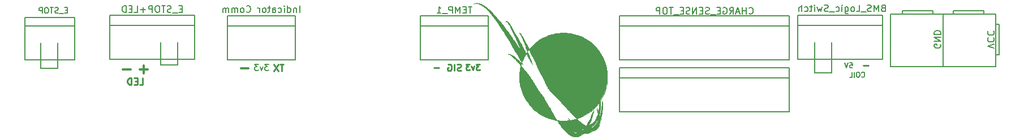
<source format=gbr>
G04 #@! TF.GenerationSoftware,KiCad,Pcbnew,(5.0.0)*
G04 #@! TF.CreationDate,2018-12-16T15:34:37-06:00*
G04 #@! TF.ProjectId,BMS_Hardware,424D535F48617264776172652E6B6963,rev?*
G04 #@! TF.SameCoordinates,Original*
G04 #@! TF.FileFunction,Legend,Bot*
G04 #@! TF.FilePolarity,Positive*
%FSLAX46Y46*%
G04 Gerber Fmt 4.6, Leading zero omitted, Abs format (unit mm)*
G04 Created by KiCad (PCBNEW (5.0.0)) date 12/16/18 15:34:37*
%MOMM*%
%LPD*%
G01*
G04 APERTURE LIST*
%ADD10C,0.300000*%
%ADD11C,0.248000*%
%ADD12C,0.200000*%
%ADD13C,0.222250*%
%ADD14C,0.184500*%
%ADD15C,0.010000*%
%ADD16C,0.150000*%
G04 APERTURE END LIST*
D10*
X62674428Y-63226142D02*
X61531571Y-63226142D01*
X62103000Y-63797571D02*
X62103000Y-62654714D01*
X60134428Y-63226142D02*
X58991571Y-63226142D01*
D11*
X61470714Y-65536261D02*
X61943095Y-65536261D01*
X61943095Y-64544261D01*
X61140047Y-65016642D02*
X60809380Y-65016642D01*
X60667666Y-65536261D02*
X61140047Y-65536261D01*
X61140047Y-64544261D01*
X60667666Y-64544261D01*
X60242523Y-65536261D02*
X60242523Y-64544261D01*
X60006333Y-64544261D01*
X59864619Y-64591500D01*
X59770142Y-64685976D01*
X59722904Y-64780452D01*
X59675666Y-64969404D01*
X59675666Y-65111119D01*
X59722904Y-65300071D01*
X59770142Y-65394547D01*
X59864619Y-65489023D01*
X60006333Y-65536261D01*
X60242523Y-65536261D01*
X170557904Y-62681857D02*
X169802095Y-62681857D01*
X109600619Y-63393523D02*
X109458904Y-63440761D01*
X109222714Y-63440761D01*
X109128238Y-63393523D01*
X109081000Y-63346285D01*
X109033761Y-63251809D01*
X109033761Y-63157333D01*
X109081000Y-63062857D01*
X109128238Y-63015619D01*
X109222714Y-62968380D01*
X109411666Y-62921142D01*
X109506142Y-62873904D01*
X109553380Y-62826666D01*
X109600619Y-62732190D01*
X109600619Y-62637714D01*
X109553380Y-62543238D01*
X109506142Y-62496000D01*
X109411666Y-62448761D01*
X109175476Y-62448761D01*
X109033761Y-62496000D01*
X108608619Y-63440761D02*
X108608619Y-62448761D01*
X107616619Y-62496000D02*
X107711095Y-62448761D01*
X107852809Y-62448761D01*
X107994523Y-62496000D01*
X108089000Y-62590476D01*
X108136238Y-62684952D01*
X108183476Y-62873904D01*
X108183476Y-63015619D01*
X108136238Y-63204571D01*
X108089000Y-63299047D01*
X107994523Y-63393523D01*
X107852809Y-63440761D01*
X107758333Y-63440761D01*
X107616619Y-63393523D01*
X107569380Y-63346285D01*
X107569380Y-63015619D01*
X107758333Y-63015619D01*
D12*
X67183000Y-62611000D02*
X67183000Y-59182000D01*
X64643000Y-62611000D02*
X67183000Y-62611000D01*
X64643000Y-59182000D02*
X64643000Y-62611000D01*
X49276000Y-63119000D02*
X49276000Y-59309000D01*
X46736000Y-63119000D02*
X49276000Y-63119000D01*
X46736000Y-59309000D02*
X46736000Y-63119000D01*
X165100000Y-63754000D02*
X165100000Y-59182000D01*
X162560000Y-63754000D02*
X165100000Y-63754000D01*
X162560000Y-59182000D02*
X162560000Y-63754000D01*
D11*
X106295904Y-62999357D02*
X105540095Y-62999357D01*
D13*
X112411933Y-62454366D02*
X111861600Y-62454366D01*
X112157933Y-62793033D01*
X112030933Y-62793033D01*
X111946266Y-62835366D01*
X111903933Y-62877700D01*
X111861600Y-62962366D01*
X111861600Y-63174033D01*
X111903933Y-63258700D01*
X111946266Y-63301033D01*
X112030933Y-63343366D01*
X112284933Y-63343366D01*
X112369600Y-63301033D01*
X112411933Y-63258700D01*
X111565266Y-62750700D02*
X111353600Y-63343366D01*
X111141933Y-62750700D01*
X110887933Y-62454366D02*
X110337600Y-62454366D01*
X110633933Y-62793033D01*
X110506933Y-62793033D01*
X110422266Y-62835366D01*
X110379933Y-62877700D01*
X110337600Y-62962366D01*
X110337600Y-63174033D01*
X110379933Y-63258700D01*
X110422266Y-63301033D01*
X110506933Y-63343366D01*
X110760933Y-63343366D01*
X110845600Y-63301033D01*
X110887933Y-63258700D01*
D11*
X83051809Y-62512261D02*
X82484952Y-62512261D01*
X82768380Y-63504261D02*
X82768380Y-62512261D01*
X82248761Y-62512261D02*
X81587428Y-63504261D01*
X81587428Y-62512261D02*
X82248761Y-63504261D01*
D14*
X80814333Y-62505166D02*
X80264000Y-62505166D01*
X80560333Y-62843833D01*
X80433333Y-62843833D01*
X80348666Y-62886166D01*
X80306333Y-62928500D01*
X80264000Y-63013166D01*
X80264000Y-63224833D01*
X80306333Y-63309500D01*
X80348666Y-63351833D01*
X80433333Y-63394166D01*
X80687333Y-63394166D01*
X80772000Y-63351833D01*
X80814333Y-63309500D01*
X79967666Y-62801500D02*
X79756000Y-63394166D01*
X79544333Y-62801500D01*
X79290333Y-62505166D02*
X78740000Y-62505166D01*
X79036333Y-62843833D01*
X78909333Y-62843833D01*
X78824666Y-62886166D01*
X78782333Y-62928500D01*
X78740000Y-63013166D01*
X78740000Y-63224833D01*
X78782333Y-63309500D01*
X78824666Y-63351833D01*
X78909333Y-63394166D01*
X79163333Y-63394166D01*
X79248000Y-63351833D01*
X79290333Y-63309500D01*
D10*
X77787428Y-63099142D02*
X76644571Y-63099142D01*
D14*
X167780571Y-62270357D02*
X168132000Y-62270357D01*
X168167142Y-62621785D01*
X168132000Y-62586642D01*
X168061714Y-62551500D01*
X167886000Y-62551500D01*
X167815714Y-62586642D01*
X167780571Y-62621785D01*
X167745428Y-62692071D01*
X167745428Y-62867785D01*
X167780571Y-62938071D01*
X167815714Y-62973214D01*
X167886000Y-63008357D01*
X168061714Y-63008357D01*
X168132000Y-62973214D01*
X168167142Y-62938071D01*
X167534571Y-62270357D02*
X167288571Y-63008357D01*
X167042571Y-62270357D01*
X169542571Y-64335071D02*
X169577714Y-64370214D01*
X169683142Y-64405357D01*
X169753428Y-64405357D01*
X169858857Y-64370214D01*
X169929142Y-64299928D01*
X169964285Y-64229642D01*
X169999428Y-64089071D01*
X169999428Y-63983642D01*
X169964285Y-63843071D01*
X169929142Y-63772785D01*
X169858857Y-63702500D01*
X169753428Y-63667357D01*
X169683142Y-63667357D01*
X169577714Y-63702500D01*
X169542571Y-63737642D01*
X169085714Y-63667357D02*
X168945142Y-63667357D01*
X168874857Y-63702500D01*
X168804571Y-63772785D01*
X168769428Y-63913357D01*
X168769428Y-64159357D01*
X168804571Y-64299928D01*
X168874857Y-64370214D01*
X168945142Y-64405357D01*
X169085714Y-64405357D01*
X169156000Y-64370214D01*
X169226285Y-64299928D01*
X169261428Y-64159357D01*
X169261428Y-63913357D01*
X169226285Y-63772785D01*
X169156000Y-63702500D01*
X169085714Y-63667357D01*
X168453142Y-64405357D02*
X168453142Y-63667357D01*
X167750285Y-64405357D02*
X168101714Y-64405357D01*
X168101714Y-63667357D01*
D15*
G04 #@! TO.C,G\002A\002A\002A*
G36*
X111781604Y-53298864D02*
X111650383Y-53317790D01*
X111543544Y-53348851D01*
X111527247Y-53355907D01*
X111461845Y-53386215D01*
X111521987Y-53376041D01*
X111731304Y-53352566D01*
X111927363Y-53354129D01*
X112101256Y-53380634D01*
X112108437Y-53382416D01*
X112311076Y-53449055D01*
X112522241Y-53548912D01*
X112742650Y-53682573D01*
X112973024Y-53850623D01*
X113214084Y-54053649D01*
X113466549Y-54292238D01*
X113731140Y-54566976D01*
X114008578Y-54878449D01*
X114146826Y-55041539D01*
X114274905Y-55196226D01*
X114397266Y-55347069D01*
X114515826Y-55496839D01*
X114632503Y-55648310D01*
X114749214Y-55804251D01*
X114867877Y-55967436D01*
X114990408Y-56140636D01*
X115118727Y-56326623D01*
X115254749Y-56528169D01*
X115400393Y-56748045D01*
X115557576Y-56989024D01*
X115728216Y-57253877D01*
X115914230Y-57545376D01*
X116117535Y-57866293D01*
X116288386Y-58137283D01*
X116677996Y-58765557D01*
X117052730Y-59388398D01*
X117406563Y-59995754D01*
X117495614Y-60152042D01*
X117576091Y-60293246D01*
X117669328Y-60455650D01*
X117767647Y-60625958D01*
X117863373Y-60790873D01*
X117947365Y-60934603D01*
X118031023Y-61078010D01*
X118122791Y-61236825D01*
X118215586Y-61398692D01*
X118302327Y-61551254D01*
X118375930Y-61682155D01*
X118378285Y-61686379D01*
X118441762Y-61800071D01*
X118501981Y-61907568D01*
X118554936Y-62001744D01*
X118596618Y-62075474D01*
X118623024Y-62121635D01*
X118623855Y-62123064D01*
X118674285Y-62209635D01*
X118752112Y-62002780D01*
X118792932Y-61900477D01*
X118843682Y-61782982D01*
X118901816Y-61655292D01*
X118964787Y-61522399D01*
X119030050Y-61389301D01*
X119095059Y-61260990D01*
X119157267Y-61142462D01*
X119214129Y-61038712D01*
X119263098Y-60954735D01*
X119301629Y-60895525D01*
X119327176Y-60866077D01*
X119332726Y-60863723D01*
X119346196Y-60880484D01*
X119375112Y-60926961D01*
X119416137Y-60997447D01*
X119465937Y-61086234D01*
X119511388Y-61169445D01*
X119584777Y-61304818D01*
X119663472Y-61449054D01*
X119745078Y-61597846D01*
X119827197Y-61746886D01*
X119907432Y-61891864D01*
X119983387Y-62028474D01*
X120052666Y-62152407D01*
X120112871Y-62259355D01*
X120161606Y-62345010D01*
X120196474Y-62405064D01*
X120215079Y-62435208D01*
X120216791Y-62437440D01*
X120218181Y-62428640D01*
X120207525Y-62389115D01*
X120186848Y-62325684D01*
X120166168Y-62267038D01*
X120115946Y-62129044D01*
X120060120Y-61976817D01*
X120000286Y-61814607D01*
X119938039Y-61646663D01*
X119874974Y-61477236D01*
X119812688Y-61310576D01*
X119752777Y-61150933D01*
X119696835Y-61002557D01*
X119646459Y-60869698D01*
X119603244Y-60756605D01*
X119568787Y-60667530D01*
X119544681Y-60606722D01*
X119532524Y-60578431D01*
X119531664Y-60577046D01*
X119514755Y-60584886D01*
X119483040Y-60619979D01*
X119442593Y-60675349D01*
X119431322Y-60692319D01*
X119389506Y-60754121D01*
X119355424Y-60800124D01*
X119335175Y-60822212D01*
X119333090Y-60823055D01*
X119320397Y-60805989D01*
X119291861Y-60758500D01*
X119250337Y-60685634D01*
X119198677Y-60592439D01*
X119139734Y-60483959D01*
X119109912Y-60428351D01*
X119039680Y-60297587D01*
X118955595Y-60142214D01*
X118863328Y-59972638D01*
X118768551Y-59799270D01*
X118676936Y-59632517D01*
X118621327Y-59531805D01*
X118540604Y-59385717D01*
X118445781Y-59213700D01*
X118341954Y-59025026D01*
X118234221Y-58828965D01*
X118127677Y-58634789D01*
X118027420Y-58451769D01*
X117992468Y-58387875D01*
X117830025Y-58093146D01*
X117670467Y-57808241D01*
X117515524Y-57536059D01*
X117366924Y-57279499D01*
X117226395Y-57041462D01*
X117095666Y-56824846D01*
X116976465Y-56632552D01*
X116870520Y-56467479D01*
X116779559Y-56332526D01*
X116710855Y-56237803D01*
X116614617Y-56121760D01*
X116528786Y-56038327D01*
X116454784Y-55988297D01*
X116394034Y-55972466D01*
X116347958Y-55991626D01*
X116326547Y-56023230D01*
X116306701Y-56076781D01*
X116303285Y-56108265D01*
X116314580Y-56112469D01*
X116338864Y-56084182D01*
X116343988Y-56076050D01*
X116382673Y-56029063D01*
X116418614Y-56015930D01*
X116419090Y-56016015D01*
X116456766Y-56040064D01*
X116508946Y-56100114D01*
X116574996Y-56195041D01*
X116654282Y-56323721D01*
X116746170Y-56485027D01*
X116850026Y-56677835D01*
X116965217Y-56901021D01*
X117091107Y-57153458D01*
X117227064Y-57434022D01*
X117275584Y-57535862D01*
X117323368Y-57637682D01*
X117381691Y-57763805D01*
X117449085Y-57910931D01*
X117524082Y-58075761D01*
X117605216Y-58254996D01*
X117691019Y-58445336D01*
X117780022Y-58643481D01*
X117870760Y-58846134D01*
X117961764Y-59049993D01*
X118051566Y-59251761D01*
X118138700Y-59448137D01*
X118221697Y-59635822D01*
X118299091Y-59811518D01*
X118369414Y-59971924D01*
X118431198Y-60113741D01*
X118482975Y-60233670D01*
X118523279Y-60328411D01*
X118550642Y-60394666D01*
X118563596Y-60429135D01*
X118564356Y-60433379D01*
X118552082Y-60419034D01*
X118520653Y-60375807D01*
X118473176Y-60308160D01*
X118412761Y-60220557D01*
X118342517Y-60117458D01*
X118287970Y-60036687D01*
X118197040Y-59902400D01*
X118089388Y-59744831D01*
X117967761Y-59567905D01*
X117834907Y-59375550D01*
X117693573Y-59171690D01*
X117546508Y-58960251D01*
X117396460Y-58745159D01*
X117246175Y-58530341D01*
X117098403Y-58319721D01*
X116955891Y-58117225D01*
X116821386Y-57926781D01*
X116697637Y-57752312D01*
X116587391Y-57597746D01*
X116493396Y-57467008D01*
X116418400Y-57364023D01*
X116397243Y-57335388D01*
X116031288Y-56848774D01*
X115682293Y-56397339D01*
X115349500Y-55980294D01*
X115032155Y-55596850D01*
X114729498Y-55246218D01*
X114440775Y-54927610D01*
X114165228Y-54640236D01*
X113902101Y-54383307D01*
X113650637Y-54156034D01*
X113410078Y-53957628D01*
X113179670Y-53787301D01*
X112958654Y-53644262D01*
X112746274Y-53527724D01*
X112744876Y-53527029D01*
X112586565Y-53451475D01*
X112451824Y-53394757D01*
X112330785Y-53353591D01*
X112213578Y-53324693D01*
X112090333Y-53304779D01*
X112069159Y-53302179D01*
X111925199Y-53293264D01*
X111781604Y-53298864D01*
X111781604Y-53298864D01*
G37*
X111781604Y-53298864D02*
X111650383Y-53317790D01*
X111543544Y-53348851D01*
X111527247Y-53355907D01*
X111461845Y-53386215D01*
X111521987Y-53376041D01*
X111731304Y-53352566D01*
X111927363Y-53354129D01*
X112101256Y-53380634D01*
X112108437Y-53382416D01*
X112311076Y-53449055D01*
X112522241Y-53548912D01*
X112742650Y-53682573D01*
X112973024Y-53850623D01*
X113214084Y-54053649D01*
X113466549Y-54292238D01*
X113731140Y-54566976D01*
X114008578Y-54878449D01*
X114146826Y-55041539D01*
X114274905Y-55196226D01*
X114397266Y-55347069D01*
X114515826Y-55496839D01*
X114632503Y-55648310D01*
X114749214Y-55804251D01*
X114867877Y-55967436D01*
X114990408Y-56140636D01*
X115118727Y-56326623D01*
X115254749Y-56528169D01*
X115400393Y-56748045D01*
X115557576Y-56989024D01*
X115728216Y-57253877D01*
X115914230Y-57545376D01*
X116117535Y-57866293D01*
X116288386Y-58137283D01*
X116677996Y-58765557D01*
X117052730Y-59388398D01*
X117406563Y-59995754D01*
X117495614Y-60152042D01*
X117576091Y-60293246D01*
X117669328Y-60455650D01*
X117767647Y-60625958D01*
X117863373Y-60790873D01*
X117947365Y-60934603D01*
X118031023Y-61078010D01*
X118122791Y-61236825D01*
X118215586Y-61398692D01*
X118302327Y-61551254D01*
X118375930Y-61682155D01*
X118378285Y-61686379D01*
X118441762Y-61800071D01*
X118501981Y-61907568D01*
X118554936Y-62001744D01*
X118596618Y-62075474D01*
X118623024Y-62121635D01*
X118623855Y-62123064D01*
X118674285Y-62209635D01*
X118752112Y-62002780D01*
X118792932Y-61900477D01*
X118843682Y-61782982D01*
X118901816Y-61655292D01*
X118964787Y-61522399D01*
X119030050Y-61389301D01*
X119095059Y-61260990D01*
X119157267Y-61142462D01*
X119214129Y-61038712D01*
X119263098Y-60954735D01*
X119301629Y-60895525D01*
X119327176Y-60866077D01*
X119332726Y-60863723D01*
X119346196Y-60880484D01*
X119375112Y-60926961D01*
X119416137Y-60997447D01*
X119465937Y-61086234D01*
X119511388Y-61169445D01*
X119584777Y-61304818D01*
X119663472Y-61449054D01*
X119745078Y-61597846D01*
X119827197Y-61746886D01*
X119907432Y-61891864D01*
X119983387Y-62028474D01*
X120052666Y-62152407D01*
X120112871Y-62259355D01*
X120161606Y-62345010D01*
X120196474Y-62405064D01*
X120215079Y-62435208D01*
X120216791Y-62437440D01*
X120218181Y-62428640D01*
X120207525Y-62389115D01*
X120186848Y-62325684D01*
X120166168Y-62267038D01*
X120115946Y-62129044D01*
X120060120Y-61976817D01*
X120000286Y-61814607D01*
X119938039Y-61646663D01*
X119874974Y-61477236D01*
X119812688Y-61310576D01*
X119752777Y-61150933D01*
X119696835Y-61002557D01*
X119646459Y-60869698D01*
X119603244Y-60756605D01*
X119568787Y-60667530D01*
X119544681Y-60606722D01*
X119532524Y-60578431D01*
X119531664Y-60577046D01*
X119514755Y-60584886D01*
X119483040Y-60619979D01*
X119442593Y-60675349D01*
X119431322Y-60692319D01*
X119389506Y-60754121D01*
X119355424Y-60800124D01*
X119335175Y-60822212D01*
X119333090Y-60823055D01*
X119320397Y-60805989D01*
X119291861Y-60758500D01*
X119250337Y-60685634D01*
X119198677Y-60592439D01*
X119139734Y-60483959D01*
X119109912Y-60428351D01*
X119039680Y-60297587D01*
X118955595Y-60142214D01*
X118863328Y-59972638D01*
X118768551Y-59799270D01*
X118676936Y-59632517D01*
X118621327Y-59531805D01*
X118540604Y-59385717D01*
X118445781Y-59213700D01*
X118341954Y-59025026D01*
X118234221Y-58828965D01*
X118127677Y-58634789D01*
X118027420Y-58451769D01*
X117992468Y-58387875D01*
X117830025Y-58093146D01*
X117670467Y-57808241D01*
X117515524Y-57536059D01*
X117366924Y-57279499D01*
X117226395Y-57041462D01*
X117095666Y-56824846D01*
X116976465Y-56632552D01*
X116870520Y-56467479D01*
X116779559Y-56332526D01*
X116710855Y-56237803D01*
X116614617Y-56121760D01*
X116528786Y-56038327D01*
X116454784Y-55988297D01*
X116394034Y-55972466D01*
X116347958Y-55991626D01*
X116326547Y-56023230D01*
X116306701Y-56076781D01*
X116303285Y-56108265D01*
X116314580Y-56112469D01*
X116338864Y-56084182D01*
X116343988Y-56076050D01*
X116382673Y-56029063D01*
X116418614Y-56015930D01*
X116419090Y-56016015D01*
X116456766Y-56040064D01*
X116508946Y-56100114D01*
X116574996Y-56195041D01*
X116654282Y-56323721D01*
X116746170Y-56485027D01*
X116850026Y-56677835D01*
X116965217Y-56901021D01*
X117091107Y-57153458D01*
X117227064Y-57434022D01*
X117275584Y-57535862D01*
X117323368Y-57637682D01*
X117381691Y-57763805D01*
X117449085Y-57910931D01*
X117524082Y-58075761D01*
X117605216Y-58254996D01*
X117691019Y-58445336D01*
X117780022Y-58643481D01*
X117870760Y-58846134D01*
X117961764Y-59049993D01*
X118051566Y-59251761D01*
X118138700Y-59448137D01*
X118221697Y-59635822D01*
X118299091Y-59811518D01*
X118369414Y-59971924D01*
X118431198Y-60113741D01*
X118482975Y-60233670D01*
X118523279Y-60328411D01*
X118550642Y-60394666D01*
X118563596Y-60429135D01*
X118564356Y-60433379D01*
X118552082Y-60419034D01*
X118520653Y-60375807D01*
X118473176Y-60308160D01*
X118412761Y-60220557D01*
X118342517Y-60117458D01*
X118287970Y-60036687D01*
X118197040Y-59902400D01*
X118089388Y-59744831D01*
X117967761Y-59567905D01*
X117834907Y-59375550D01*
X117693573Y-59171690D01*
X117546508Y-58960251D01*
X117396460Y-58745159D01*
X117246175Y-58530341D01*
X117098403Y-58319721D01*
X116955891Y-58117225D01*
X116821386Y-57926781D01*
X116697637Y-57752312D01*
X116587391Y-57597746D01*
X116493396Y-57467008D01*
X116418400Y-57364023D01*
X116397243Y-57335388D01*
X116031288Y-56848774D01*
X115682293Y-56397339D01*
X115349500Y-55980294D01*
X115032155Y-55596850D01*
X114729498Y-55246218D01*
X114440775Y-54927610D01*
X114165228Y-54640236D01*
X113902101Y-54383307D01*
X113650637Y-54156034D01*
X113410078Y-53957628D01*
X113179670Y-53787301D01*
X112958654Y-53644262D01*
X112746274Y-53527724D01*
X112744876Y-53527029D01*
X112586565Y-53451475D01*
X112451824Y-53394757D01*
X112330785Y-53353591D01*
X112213578Y-53324693D01*
X112090333Y-53304779D01*
X112069159Y-53302179D01*
X111925199Y-53293264D01*
X111781604Y-53298864D01*
G36*
X120232563Y-62477535D02*
X120242587Y-62487559D01*
X120252611Y-62477535D01*
X120242587Y-62467512D01*
X120232563Y-62477535D01*
X120232563Y-62477535D01*
G37*
X120232563Y-62477535D02*
X120242587Y-62487559D01*
X120252611Y-62477535D01*
X120242587Y-62467512D01*
X120232563Y-62477535D01*
G36*
X118351730Y-57768311D02*
X118362228Y-57792474D01*
X118396369Y-57843875D01*
X118415957Y-57871609D01*
X118452599Y-57925696D01*
X118488500Y-57985063D01*
X118525913Y-58054459D01*
X118567092Y-58138630D01*
X118614288Y-58242323D01*
X118669755Y-58370288D01*
X118735745Y-58527270D01*
X118794494Y-58669324D01*
X118844459Y-58791983D01*
X118906083Y-58945288D01*
X118976694Y-59122441D01*
X119053620Y-59316642D01*
X119134190Y-59521092D01*
X119215732Y-59728991D01*
X119295574Y-59933541D01*
X119371045Y-60127941D01*
X119439473Y-60305393D01*
X119498187Y-60459096D01*
X119509869Y-60489934D01*
X119531510Y-60547163D01*
X119643956Y-60393188D01*
X119693673Y-60328814D01*
X119735655Y-60281288D01*
X119764092Y-60256835D01*
X119772181Y-60255769D01*
X119783400Y-60276236D01*
X119810516Y-60329787D01*
X119852040Y-60413377D01*
X119906483Y-60523961D01*
X119972354Y-60658494D01*
X120048165Y-60813931D01*
X120132425Y-60987229D01*
X120223645Y-61175341D01*
X120320336Y-61375223D01*
X120358922Y-61455120D01*
X120581072Y-61915054D01*
X120787214Y-62341269D01*
X120978565Y-62736256D01*
X121156343Y-63102502D01*
X121321764Y-63442495D01*
X121476045Y-63758725D01*
X121620404Y-64053679D01*
X121756057Y-64329847D01*
X121884222Y-64589716D01*
X122006115Y-64835775D01*
X122122955Y-65070513D01*
X122235957Y-65296417D01*
X122300281Y-65424497D01*
X122387460Y-65598865D01*
X122461904Y-65748761D01*
X122526259Y-65877626D01*
X122583174Y-65988904D01*
X122635296Y-66086034D01*
X122685272Y-66172460D01*
X122735750Y-66251624D01*
X122789378Y-66326966D01*
X122848804Y-66401929D01*
X122916674Y-66479954D01*
X122995637Y-66564484D01*
X123088340Y-66658961D01*
X123197430Y-66766825D01*
X123325556Y-66891520D01*
X123475364Y-67036487D01*
X123649503Y-67205167D01*
X123730827Y-67284197D01*
X123877512Y-67427727D01*
X124021021Y-67569650D01*
X124157608Y-67706161D01*
X124283529Y-67833453D01*
X124395039Y-67947720D01*
X124488395Y-68045156D01*
X124559851Y-68121953D01*
X124601445Y-68169203D01*
X124714566Y-68302210D01*
X124851739Y-68459484D01*
X125008950Y-68636656D01*
X125182189Y-68829356D01*
X125367443Y-69033216D01*
X125560700Y-69243864D01*
X125757949Y-69456933D01*
X125955178Y-69668052D01*
X126148375Y-69872853D01*
X126333527Y-70066965D01*
X126506624Y-70246019D01*
X126534948Y-70275040D01*
X126630743Y-70373321D01*
X126716278Y-70461609D01*
X126787853Y-70536043D01*
X126841774Y-70592764D01*
X126874343Y-70627913D01*
X126882520Y-70637933D01*
X126857879Y-70646712D01*
X126802050Y-70662774D01*
X126722850Y-70684126D01*
X126628099Y-70708776D01*
X126525614Y-70734729D01*
X126423213Y-70759994D01*
X126328715Y-70782577D01*
X126249939Y-70800486D01*
X126219504Y-70806939D01*
X126090753Y-70831216D01*
X125997184Y-70844002D01*
X125935638Y-70845531D01*
X125902954Y-70836038D01*
X125898114Y-70830774D01*
X125878961Y-70811877D01*
X125835622Y-70774321D01*
X125775372Y-70724305D01*
X125731540Y-70688814D01*
X125575184Y-70563385D01*
X125891604Y-70861825D01*
X125823607Y-70873994D01*
X125703084Y-70891426D01*
X125558629Y-70905547D01*
X125395715Y-70916397D01*
X125219816Y-70924015D01*
X125036404Y-70928442D01*
X124850955Y-70929718D01*
X124668940Y-70927883D01*
X124495833Y-70922977D01*
X124337108Y-70915040D01*
X124198238Y-70904111D01*
X124084697Y-70890233D01*
X124001958Y-70873443D01*
X123966108Y-70860397D01*
X123943185Y-70836744D01*
X123902612Y-70781775D01*
X123846552Y-70699031D01*
X123777167Y-70592053D01*
X123696618Y-70464385D01*
X123607067Y-70319566D01*
X123510678Y-70161140D01*
X123409610Y-69992647D01*
X123306027Y-69817630D01*
X123202089Y-69639630D01*
X123099960Y-69462189D01*
X123001801Y-69288849D01*
X122948546Y-69193399D01*
X122864038Y-69043609D01*
X122773276Y-68887222D01*
X122681551Y-68733049D01*
X122594155Y-68589899D01*
X122516378Y-68466583D01*
X122466928Y-68391505D01*
X122392943Y-68278536D01*
X122307021Y-68141284D01*
X122215926Y-67990931D01*
X122126422Y-67838662D01*
X122045273Y-67695658D01*
X122037154Y-67680985D01*
X121937525Y-67504971D01*
X121839553Y-67342293D01*
X121736193Y-67182014D01*
X121620395Y-67013200D01*
X121488078Y-66828973D01*
X121204733Y-66433087D01*
X120936981Y-66041954D01*
X120678597Y-65645927D01*
X120423356Y-65235360D01*
X120165034Y-64800605D01*
X120044997Y-64592531D01*
X119972968Y-64468758D01*
X119907422Y-64361920D01*
X119842453Y-64263644D01*
X119772151Y-64165558D01*
X119690609Y-64059291D01*
X119591919Y-63936472D01*
X119521543Y-63850779D01*
X119424415Y-63732962D01*
X119327803Y-63615444D01*
X119237185Y-63504912D01*
X119158040Y-63408053D01*
X119095845Y-63331557D01*
X119069956Y-63299477D01*
X119007651Y-63222724D01*
X118928765Y-63126751D01*
X118842671Y-63022900D01*
X118758740Y-62922513D01*
X118744864Y-62906017D01*
X118676526Y-62823271D01*
X118618540Y-62750015D01*
X118575434Y-62692216D01*
X118551739Y-62655836D01*
X118548586Y-62647563D01*
X118553934Y-62617458D01*
X118567696Y-62562747D01*
X118586448Y-62495212D01*
X118606765Y-62426638D01*
X118625223Y-62368808D01*
X118638398Y-62333506D01*
X118641324Y-62328430D01*
X118658828Y-62336548D01*
X118696444Y-62366339D01*
X118743093Y-62408620D01*
X118789358Y-62450311D01*
X118811016Y-62464125D01*
X118806817Y-62449287D01*
X118805712Y-62447464D01*
X118777684Y-62398729D01*
X118743203Y-62334722D01*
X118729599Y-62308415D01*
X118702241Y-62256991D01*
X118685463Y-62237023D01*
X118672252Y-62243936D01*
X118660743Y-62263494D01*
X118649953Y-62279896D01*
X118636327Y-62285517D01*
X118614710Y-62277135D01*
X118579949Y-62251525D01*
X118526891Y-62205468D01*
X118450383Y-62135740D01*
X118437520Y-62123917D01*
X118210618Y-61917048D01*
X118008476Y-61736630D01*
X117828109Y-61580174D01*
X117666530Y-61445187D01*
X117520752Y-61329180D01*
X117387790Y-61229662D01*
X117264656Y-61144141D01*
X117255531Y-61138088D01*
X117092327Y-61037032D01*
X116952674Y-60965096D01*
X116837265Y-60922526D01*
X116746796Y-60909569D01*
X116681962Y-60926470D01*
X116674158Y-60931850D01*
X116652757Y-60950595D01*
X116656741Y-60959750D01*
X116691917Y-60962882D01*
X116725363Y-60963322D01*
X116814738Y-60976578D01*
X116903416Y-61018997D01*
X116907364Y-61021481D01*
X116977581Y-61071093D01*
X117068524Y-61142831D01*
X117172804Y-61230236D01*
X117283033Y-61326848D01*
X117391822Y-61426207D01*
X117491781Y-61521855D01*
X117566265Y-61597499D01*
X117628125Y-61663438D01*
X117706488Y-61747976D01*
X117797242Y-61846582D01*
X117896272Y-61954724D01*
X117999465Y-62067869D01*
X118102708Y-62181485D01*
X118201888Y-62291042D01*
X118292890Y-62392007D01*
X118371602Y-62479847D01*
X118433909Y-62550032D01*
X118475699Y-62598030D01*
X118489408Y-62614539D01*
X118533593Y-62670712D01*
X118479371Y-62914929D01*
X118434830Y-63127050D01*
X118400197Y-63321181D01*
X118374161Y-63508655D01*
X118355412Y-63700805D01*
X118342640Y-63908966D01*
X118334533Y-64144471D01*
X118333848Y-64173484D01*
X118331336Y-64499395D01*
X118340072Y-64796901D01*
X118361096Y-65076367D01*
X118395447Y-65348161D01*
X118444164Y-65622650D01*
X118507625Y-65907474D01*
X118646396Y-66396144D01*
X118821830Y-66870323D01*
X119032516Y-67328086D01*
X119277041Y-67767505D01*
X119553993Y-68186654D01*
X119861961Y-68583608D01*
X120199533Y-68956441D01*
X120565297Y-69303226D01*
X120957841Y-69622037D01*
X121375753Y-69910948D01*
X121497655Y-69986546D01*
X121913695Y-70217505D01*
X122348901Y-70419539D01*
X122796604Y-70590136D01*
X123250136Y-70726782D01*
X123702828Y-70826967D01*
X123750874Y-70835412D01*
X123856259Y-70856862D01*
X123924256Y-70878986D01*
X123957053Y-70901916D01*
X123975239Y-70927849D01*
X124012703Y-70981866D01*
X124066019Y-71059004D01*
X124131758Y-71154300D01*
X124206495Y-71262793D01*
X124265463Y-71348490D01*
X124485466Y-71660828D01*
X124692427Y-71938615D01*
X124888602Y-72184362D01*
X125076250Y-72400579D01*
X125257627Y-72589775D01*
X125434990Y-72754462D01*
X125610598Y-72897149D01*
X125743128Y-72991652D01*
X125859933Y-73062970D01*
X125994400Y-73133652D01*
X126133773Y-73197796D01*
X126265298Y-73249496D01*
X126368078Y-73280916D01*
X126532481Y-73310105D01*
X126710381Y-73323085D01*
X126884302Y-73319257D01*
X127012443Y-73303014D01*
X127250012Y-73237622D01*
X127477700Y-73133447D01*
X127695199Y-72990639D01*
X127770488Y-72930186D01*
X127828601Y-72884932D01*
X127875905Y-72861442D01*
X127929687Y-72852873D01*
X127967911Y-72852042D01*
X128236570Y-72836296D01*
X128509172Y-72790825D01*
X128574004Y-72773229D01*
X127092452Y-72773229D01*
X127064698Y-72790637D01*
X127038641Y-72798775D01*
X127000617Y-72803149D01*
X126934850Y-72805293D01*
X126853643Y-72804888D01*
X126828144Y-72804223D01*
X126711201Y-72795779D01*
X126614706Y-72776355D01*
X126531868Y-72747381D01*
X126396356Y-72685508D01*
X126275083Y-72614652D01*
X126157236Y-72527388D01*
X126032004Y-72416288D01*
X125987607Y-72373513D01*
X125922088Y-72308244D01*
X125873390Y-72257455D01*
X125845120Y-72225108D01*
X125840886Y-72215167D01*
X125845823Y-72217761D01*
X126053031Y-72346454D01*
X126232069Y-72449080D01*
X126384465Y-72526513D01*
X126391759Y-72529899D01*
X126499343Y-72576011D01*
X126622558Y-72623135D01*
X126750259Y-72667521D01*
X126871299Y-72705423D01*
X126974534Y-72733091D01*
X127028867Y-72744147D01*
X127080435Y-72757321D01*
X127092452Y-72773229D01*
X128574004Y-72773229D01*
X128776484Y-72718275D01*
X129029269Y-72621294D01*
X129258290Y-72502530D01*
X129317976Y-72465027D01*
X129387009Y-72424861D01*
X129454865Y-72393641D01*
X129494442Y-72381148D01*
X129546641Y-72365640D01*
X129620007Y-72337628D01*
X129699949Y-72302747D01*
X129711609Y-72297269D01*
X129871979Y-72199273D01*
X129872239Y-72199029D01*
X127919973Y-72199029D01*
X127913323Y-72214923D01*
X127894584Y-72236413D01*
X127890162Y-72241121D01*
X127865082Y-72265852D01*
X127840157Y-72281143D01*
X127807635Y-72287225D01*
X127759764Y-72284335D01*
X127688790Y-72272704D01*
X127586962Y-72252569D01*
X127577114Y-72250570D01*
X127495191Y-72232303D01*
X127401335Y-72208804D01*
X127302804Y-72182220D01*
X127206853Y-72154695D01*
X127120738Y-72128377D01*
X127051714Y-72105411D01*
X127007037Y-72087943D01*
X126993963Y-72078119D01*
X126993979Y-72078104D01*
X127015662Y-72078021D01*
X127067198Y-72084107D01*
X127139032Y-72095148D01*
X127169629Y-72100386D01*
X127257088Y-72113692D01*
X127369836Y-72127882D01*
X127493152Y-72141233D01*
X127609297Y-72151785D01*
X127732773Y-72161862D01*
X127820934Y-72170148D01*
X127878424Y-72178119D01*
X127909888Y-72187254D01*
X127919973Y-72199029D01*
X129872239Y-72199029D01*
X130011032Y-72068786D01*
X130127427Y-71908081D01*
X130219820Y-71719431D01*
X130286871Y-71505110D01*
X130327237Y-71267391D01*
X130328868Y-71251557D01*
X130342974Y-71165351D01*
X130367748Y-71063130D01*
X130398074Y-70965736D01*
X130401030Y-70957567D01*
X130479500Y-70716047D01*
X130489596Y-70676904D01*
X130098938Y-70676904D01*
X130090193Y-70820296D01*
X130081332Y-70907617D01*
X130063288Y-70979208D01*
X130030292Y-71054113D01*
X130005162Y-71100959D01*
X129834574Y-71376885D01*
X129649360Y-71616578D01*
X129448246Y-71821615D01*
X129364134Y-71893411D01*
X129243850Y-71990855D01*
X129113542Y-71978429D01*
X129045665Y-71970928D01*
X128995584Y-71963465D01*
X128974881Y-71957957D01*
X128970586Y-71952560D01*
X128974413Y-71945442D01*
X128992663Y-71932142D01*
X129031639Y-71908196D01*
X129097643Y-71869143D01*
X129113542Y-71859775D01*
X129332646Y-71712140D01*
X129529385Y-71539505D01*
X129706960Y-71338298D01*
X129868575Y-71104948D01*
X129999292Y-70871828D01*
X130098938Y-70676904D01*
X130489596Y-70676904D01*
X130550816Y-70439568D01*
X130614014Y-70132788D01*
X130668130Y-69800362D01*
X130710358Y-69464039D01*
X130719569Y-69359073D01*
X130727297Y-69231361D01*
X130733500Y-69086984D01*
X130738136Y-68932026D01*
X130741161Y-68772566D01*
X130742533Y-68614688D01*
X130742210Y-68464473D01*
X130740148Y-68328003D01*
X130736306Y-68211361D01*
X130730641Y-68120627D01*
X130723110Y-68061885D01*
X130720255Y-68050700D01*
X130709205Y-68020373D01*
X130703066Y-68018837D01*
X130700111Y-68050142D01*
X130698892Y-68100819D01*
X130692384Y-68260094D01*
X130678356Y-68449238D01*
X130657994Y-68658977D01*
X130632483Y-68880043D01*
X130603010Y-69103162D01*
X130570759Y-69319066D01*
X130536916Y-69518481D01*
X130502666Y-69692139D01*
X130486084Y-69765064D01*
X130455453Y-69887159D01*
X130422988Y-70007577D01*
X130390543Y-70120357D01*
X130359970Y-70219541D01*
X130333126Y-70299168D01*
X130311864Y-70353281D01*
X130298039Y-70375918D01*
X130296000Y-70375985D01*
X130277585Y-70343533D01*
X130268380Y-70279783D01*
X130268371Y-70192458D01*
X130277542Y-70089280D01*
X130295879Y-69977970D01*
X130296770Y-69973617D01*
X130325810Y-69824199D01*
X130349407Y-69681185D01*
X130368120Y-69537769D01*
X130382507Y-69387145D01*
X130393127Y-69222506D01*
X130400538Y-69037046D01*
X130405298Y-68823958D01*
X130407629Y-68622050D01*
X130410753Y-68231631D01*
X130295355Y-68231631D01*
X130293430Y-68309529D01*
X130289453Y-68406522D01*
X130283773Y-68515651D01*
X130276740Y-68629957D01*
X130268702Y-68742478D01*
X130260007Y-68846257D01*
X130254486Y-68902713D01*
X130243350Y-68996811D01*
X130228553Y-69104712D01*
X130211412Y-69218544D01*
X130193244Y-69330437D01*
X130175364Y-69432518D01*
X130159089Y-69516918D01*
X130145735Y-69575764D01*
X130138017Y-69599195D01*
X130127193Y-69591053D01*
X130107338Y-69550899D01*
X130081166Y-69485057D01*
X130051390Y-69399851D01*
X130047727Y-69388698D01*
X130002626Y-69254200D01*
X129962293Y-69141257D01*
X129928255Y-69053709D01*
X129902037Y-68995397D01*
X129885165Y-68970161D01*
X129881439Y-68970122D01*
X129882113Y-68991829D01*
X129890098Y-69044927D01*
X129904072Y-69121654D01*
X129922710Y-69214247D01*
X129924589Y-69223178D01*
X129950186Y-69349571D01*
X129977448Y-69492590D01*
X130002412Y-69631076D01*
X130015254Y-69706968D01*
X130054282Y-69946190D01*
X129993363Y-70121097D01*
X129942388Y-70255221D01*
X129879354Y-70402299D01*
X129809571Y-70551283D01*
X129738346Y-70691126D01*
X129670989Y-70810784D01*
X129633385Y-70870155D01*
X129537787Y-70996766D01*
X129421776Y-71127195D01*
X129297507Y-71248821D01*
X129177136Y-71349023D01*
X129160458Y-71361217D01*
X129099783Y-71401115D01*
X129025066Y-71445073D01*
X128944312Y-71489042D01*
X128865528Y-71528974D01*
X128796720Y-71560820D01*
X128745895Y-71580532D01*
X128721058Y-71584059D01*
X128720571Y-71583670D01*
X128724262Y-71562828D01*
X128741597Y-71515244D01*
X128769050Y-71450408D01*
X128775149Y-71436855D01*
X128834336Y-71300649D01*
X128900917Y-71137610D01*
X128970532Y-70959239D01*
X129038823Y-70777037D01*
X129101432Y-70602505D01*
X129154000Y-70447145D01*
X129173321Y-70386217D01*
X129206730Y-70274545D01*
X129242776Y-70148332D01*
X129279837Y-70013878D01*
X129316292Y-69877486D01*
X129350517Y-69745456D01*
X129380891Y-69624089D01*
X129405791Y-69519686D01*
X129423596Y-69438549D01*
X129432683Y-69386979D01*
X129433508Y-69375552D01*
X129426199Y-69383233D01*
X129405810Y-69424210D01*
X129374064Y-69494518D01*
X129332686Y-69590192D01*
X129283398Y-69707266D01*
X129227925Y-69841774D01*
X129185934Y-69945175D01*
X129097896Y-70161539D01*
X129020491Y-70347299D01*
X128950450Y-70509459D01*
X128884501Y-70655021D01*
X128819376Y-70790990D01*
X128751805Y-70924368D01*
X128678517Y-71062160D01*
X128596244Y-71211368D01*
X128587355Y-71227261D01*
X128507396Y-71369027D01*
X128443617Y-71479185D01*
X128393369Y-71561520D01*
X128354000Y-71619822D01*
X128322858Y-71657877D01*
X128297294Y-71679474D01*
X128274656Y-71688400D01*
X128263973Y-71689295D01*
X128227639Y-71678617D01*
X128167771Y-71649795D01*
X128093699Y-71607651D01*
X128038023Y-71572562D01*
X127956305Y-71516336D01*
X127855102Y-71442841D01*
X127745718Y-71360488D01*
X127639459Y-71277688D01*
X127609823Y-71253972D01*
X127590606Y-71238230D01*
X126427196Y-71238230D01*
X126417173Y-71248253D01*
X126407149Y-71238230D01*
X126417173Y-71228206D01*
X126427196Y-71238230D01*
X127590606Y-71238230D01*
X127569915Y-71221281D01*
X126387102Y-71221281D01*
X126371777Y-71217484D01*
X126325970Y-71188112D01*
X126249929Y-71133341D01*
X126143906Y-71053349D01*
X126090138Y-71011997D01*
X126022625Y-70958369D01*
X125970099Y-70913810D01*
X125938728Y-70883739D01*
X125932866Y-70873865D01*
X125950523Y-70882360D01*
X125992510Y-70910693D01*
X126051911Y-70953578D01*
X126121812Y-71005724D01*
X126195298Y-71061844D01*
X126265455Y-71116649D01*
X126325368Y-71164850D01*
X126368121Y-71201159D01*
X126386801Y-71220287D01*
X126387102Y-71221281D01*
X127569915Y-71221281D01*
X127523536Y-71183290D01*
X127428798Y-71103780D01*
X127330200Y-71019508D01*
X127232333Y-70934538D01*
X127139786Y-70852935D01*
X127057150Y-70778765D01*
X126989015Y-70716091D01*
X126939972Y-70668980D01*
X126914611Y-70641496D01*
X126912318Y-70636299D01*
X126932372Y-70627511D01*
X126982629Y-70607871D01*
X127055617Y-70580242D01*
X127143864Y-70547488D01*
X127148374Y-70545830D01*
X127615300Y-70353680D01*
X128066036Y-70127178D01*
X128497873Y-69868323D01*
X128908105Y-69579116D01*
X129294024Y-69261559D01*
X129652922Y-68917652D01*
X129982093Y-68549395D01*
X130165141Y-68316328D01*
X130215764Y-68249888D01*
X130257515Y-68197630D01*
X130284702Y-68166543D01*
X130291657Y-68160961D01*
X130294881Y-68179788D01*
X130295355Y-68231631D01*
X130410753Y-68231631D01*
X130412844Y-67970511D01*
X130546883Y-67749990D01*
X130791543Y-67309215D01*
X131000430Y-66850701D01*
X131173618Y-66374225D01*
X131311183Y-65879565D01*
X131413199Y-65366496D01*
X131461564Y-65013526D01*
X131470910Y-64901882D01*
X131477841Y-64759377D01*
X131482355Y-64595173D01*
X131484453Y-64418432D01*
X131484136Y-64238315D01*
X131481402Y-64063983D01*
X131476252Y-63904598D01*
X131468686Y-63769321D01*
X131461564Y-63690400D01*
X131382898Y-63163919D01*
X131268157Y-62654922D01*
X131117303Y-62163317D01*
X130930300Y-61689014D01*
X130707110Y-61231921D01*
X130447695Y-60791948D01*
X130152018Y-60369003D01*
X130037741Y-60222208D01*
X129935682Y-60100620D01*
X129811363Y-59961938D01*
X129673216Y-59814869D01*
X129529671Y-59668121D01*
X129389159Y-59530401D01*
X129260112Y-59410416D01*
X129203755Y-59360855D01*
X128800562Y-59040804D01*
X128376631Y-58754764D01*
X127933484Y-58503399D01*
X127472640Y-58287372D01*
X126995622Y-58107344D01*
X126503950Y-57963978D01*
X125999144Y-57857938D01*
X125635326Y-57805872D01*
X125486135Y-57792373D01*
X125308300Y-57782402D01*
X125112228Y-57776040D01*
X124908325Y-57773368D01*
X124706997Y-57774465D01*
X124518651Y-57779412D01*
X124353693Y-57788290D01*
X124272106Y-57795346D01*
X123752938Y-57868041D01*
X123249908Y-57977391D01*
X122762588Y-58123572D01*
X122290551Y-58306761D01*
X121833371Y-58527134D01*
X121390619Y-58784868D01*
X120961868Y-59080139D01*
X120733747Y-59257085D01*
X120646241Y-59331193D01*
X120541867Y-59425109D01*
X120426707Y-59532832D01*
X120306846Y-59648360D01*
X120188367Y-59765692D01*
X120077352Y-59878826D01*
X119979886Y-59981761D01*
X119902052Y-60068496D01*
X119861687Y-60117409D01*
X119819274Y-60170245D01*
X119786660Y-60207657D01*
X119771474Y-60221181D01*
X119760386Y-60204092D01*
X119733559Y-60155333D01*
X119693178Y-60079096D01*
X119641431Y-59979575D01*
X119580503Y-59860965D01*
X119512581Y-59727458D01*
X119466182Y-59635600D01*
X119322317Y-59352942D01*
X119183958Y-59086893D01*
X119052304Y-58839527D01*
X118928554Y-58612919D01*
X118813906Y-58409143D01*
X118709559Y-58230274D01*
X118616713Y-58078387D01*
X118536565Y-57955555D01*
X118470314Y-57863854D01*
X118419160Y-57805359D01*
X118399028Y-57788820D01*
X118364216Y-57768166D01*
X118351730Y-57768311D01*
X118351730Y-57768311D01*
G37*
X118351730Y-57768311D02*
X118362228Y-57792474D01*
X118396369Y-57843875D01*
X118415957Y-57871609D01*
X118452599Y-57925696D01*
X118488500Y-57985063D01*
X118525913Y-58054459D01*
X118567092Y-58138630D01*
X118614288Y-58242323D01*
X118669755Y-58370288D01*
X118735745Y-58527270D01*
X118794494Y-58669324D01*
X118844459Y-58791983D01*
X118906083Y-58945288D01*
X118976694Y-59122441D01*
X119053620Y-59316642D01*
X119134190Y-59521092D01*
X119215732Y-59728991D01*
X119295574Y-59933541D01*
X119371045Y-60127941D01*
X119439473Y-60305393D01*
X119498187Y-60459096D01*
X119509869Y-60489934D01*
X119531510Y-60547163D01*
X119643956Y-60393188D01*
X119693673Y-60328814D01*
X119735655Y-60281288D01*
X119764092Y-60256835D01*
X119772181Y-60255769D01*
X119783400Y-60276236D01*
X119810516Y-60329787D01*
X119852040Y-60413377D01*
X119906483Y-60523961D01*
X119972354Y-60658494D01*
X120048165Y-60813931D01*
X120132425Y-60987229D01*
X120223645Y-61175341D01*
X120320336Y-61375223D01*
X120358922Y-61455120D01*
X120581072Y-61915054D01*
X120787214Y-62341269D01*
X120978565Y-62736256D01*
X121156343Y-63102502D01*
X121321764Y-63442495D01*
X121476045Y-63758725D01*
X121620404Y-64053679D01*
X121756057Y-64329847D01*
X121884222Y-64589716D01*
X122006115Y-64835775D01*
X122122955Y-65070513D01*
X122235957Y-65296417D01*
X122300281Y-65424497D01*
X122387460Y-65598865D01*
X122461904Y-65748761D01*
X122526259Y-65877626D01*
X122583174Y-65988904D01*
X122635296Y-66086034D01*
X122685272Y-66172460D01*
X122735750Y-66251624D01*
X122789378Y-66326966D01*
X122848804Y-66401929D01*
X122916674Y-66479954D01*
X122995637Y-66564484D01*
X123088340Y-66658961D01*
X123197430Y-66766825D01*
X123325556Y-66891520D01*
X123475364Y-67036487D01*
X123649503Y-67205167D01*
X123730827Y-67284197D01*
X123877512Y-67427727D01*
X124021021Y-67569650D01*
X124157608Y-67706161D01*
X124283529Y-67833453D01*
X124395039Y-67947720D01*
X124488395Y-68045156D01*
X124559851Y-68121953D01*
X124601445Y-68169203D01*
X124714566Y-68302210D01*
X124851739Y-68459484D01*
X125008950Y-68636656D01*
X125182189Y-68829356D01*
X125367443Y-69033216D01*
X125560700Y-69243864D01*
X125757949Y-69456933D01*
X125955178Y-69668052D01*
X126148375Y-69872853D01*
X126333527Y-70066965D01*
X126506624Y-70246019D01*
X126534948Y-70275040D01*
X126630743Y-70373321D01*
X126716278Y-70461609D01*
X126787853Y-70536043D01*
X126841774Y-70592764D01*
X126874343Y-70627913D01*
X126882520Y-70637933D01*
X126857879Y-70646712D01*
X126802050Y-70662774D01*
X126722850Y-70684126D01*
X126628099Y-70708776D01*
X126525614Y-70734729D01*
X126423213Y-70759994D01*
X126328715Y-70782577D01*
X126249939Y-70800486D01*
X126219504Y-70806939D01*
X126090753Y-70831216D01*
X125997184Y-70844002D01*
X125935638Y-70845531D01*
X125902954Y-70836038D01*
X125898114Y-70830774D01*
X125878961Y-70811877D01*
X125835622Y-70774321D01*
X125775372Y-70724305D01*
X125731540Y-70688814D01*
X125575184Y-70563385D01*
X125891604Y-70861825D01*
X125823607Y-70873994D01*
X125703084Y-70891426D01*
X125558629Y-70905547D01*
X125395715Y-70916397D01*
X125219816Y-70924015D01*
X125036404Y-70928442D01*
X124850955Y-70929718D01*
X124668940Y-70927883D01*
X124495833Y-70922977D01*
X124337108Y-70915040D01*
X124198238Y-70904111D01*
X124084697Y-70890233D01*
X124001958Y-70873443D01*
X123966108Y-70860397D01*
X123943185Y-70836744D01*
X123902612Y-70781775D01*
X123846552Y-70699031D01*
X123777167Y-70592053D01*
X123696618Y-70464385D01*
X123607067Y-70319566D01*
X123510678Y-70161140D01*
X123409610Y-69992647D01*
X123306027Y-69817630D01*
X123202089Y-69639630D01*
X123099960Y-69462189D01*
X123001801Y-69288849D01*
X122948546Y-69193399D01*
X122864038Y-69043609D01*
X122773276Y-68887222D01*
X122681551Y-68733049D01*
X122594155Y-68589899D01*
X122516378Y-68466583D01*
X122466928Y-68391505D01*
X122392943Y-68278536D01*
X122307021Y-68141284D01*
X122215926Y-67990931D01*
X122126422Y-67838662D01*
X122045273Y-67695658D01*
X122037154Y-67680985D01*
X121937525Y-67504971D01*
X121839553Y-67342293D01*
X121736193Y-67182014D01*
X121620395Y-67013200D01*
X121488078Y-66828973D01*
X121204733Y-66433087D01*
X120936981Y-66041954D01*
X120678597Y-65645927D01*
X120423356Y-65235360D01*
X120165034Y-64800605D01*
X120044997Y-64592531D01*
X119972968Y-64468758D01*
X119907422Y-64361920D01*
X119842453Y-64263644D01*
X119772151Y-64165558D01*
X119690609Y-64059291D01*
X119591919Y-63936472D01*
X119521543Y-63850779D01*
X119424415Y-63732962D01*
X119327803Y-63615444D01*
X119237185Y-63504912D01*
X119158040Y-63408053D01*
X119095845Y-63331557D01*
X119069956Y-63299477D01*
X119007651Y-63222724D01*
X118928765Y-63126751D01*
X118842671Y-63022900D01*
X118758740Y-62922513D01*
X118744864Y-62906017D01*
X118676526Y-62823271D01*
X118618540Y-62750015D01*
X118575434Y-62692216D01*
X118551739Y-62655836D01*
X118548586Y-62647563D01*
X118553934Y-62617458D01*
X118567696Y-62562747D01*
X118586448Y-62495212D01*
X118606765Y-62426638D01*
X118625223Y-62368808D01*
X118638398Y-62333506D01*
X118641324Y-62328430D01*
X118658828Y-62336548D01*
X118696444Y-62366339D01*
X118743093Y-62408620D01*
X118789358Y-62450311D01*
X118811016Y-62464125D01*
X118806817Y-62449287D01*
X118805712Y-62447464D01*
X118777684Y-62398729D01*
X118743203Y-62334722D01*
X118729599Y-62308415D01*
X118702241Y-62256991D01*
X118685463Y-62237023D01*
X118672252Y-62243936D01*
X118660743Y-62263494D01*
X118649953Y-62279896D01*
X118636327Y-62285517D01*
X118614710Y-62277135D01*
X118579949Y-62251525D01*
X118526891Y-62205468D01*
X118450383Y-62135740D01*
X118437520Y-62123917D01*
X118210618Y-61917048D01*
X118008476Y-61736630D01*
X117828109Y-61580174D01*
X117666530Y-61445187D01*
X117520752Y-61329180D01*
X117387790Y-61229662D01*
X117264656Y-61144141D01*
X117255531Y-61138088D01*
X117092327Y-61037032D01*
X116952674Y-60965096D01*
X116837265Y-60922526D01*
X116746796Y-60909569D01*
X116681962Y-60926470D01*
X116674158Y-60931850D01*
X116652757Y-60950595D01*
X116656741Y-60959750D01*
X116691917Y-60962882D01*
X116725363Y-60963322D01*
X116814738Y-60976578D01*
X116903416Y-61018997D01*
X116907364Y-61021481D01*
X116977581Y-61071093D01*
X117068524Y-61142831D01*
X117172804Y-61230236D01*
X117283033Y-61326848D01*
X117391822Y-61426207D01*
X117491781Y-61521855D01*
X117566265Y-61597499D01*
X117628125Y-61663438D01*
X117706488Y-61747976D01*
X117797242Y-61846582D01*
X117896272Y-61954724D01*
X117999465Y-62067869D01*
X118102708Y-62181485D01*
X118201888Y-62291042D01*
X118292890Y-62392007D01*
X118371602Y-62479847D01*
X118433909Y-62550032D01*
X118475699Y-62598030D01*
X118489408Y-62614539D01*
X118533593Y-62670712D01*
X118479371Y-62914929D01*
X118434830Y-63127050D01*
X118400197Y-63321181D01*
X118374161Y-63508655D01*
X118355412Y-63700805D01*
X118342640Y-63908966D01*
X118334533Y-64144471D01*
X118333848Y-64173484D01*
X118331336Y-64499395D01*
X118340072Y-64796901D01*
X118361096Y-65076367D01*
X118395447Y-65348161D01*
X118444164Y-65622650D01*
X118507625Y-65907474D01*
X118646396Y-66396144D01*
X118821830Y-66870323D01*
X119032516Y-67328086D01*
X119277041Y-67767505D01*
X119553993Y-68186654D01*
X119861961Y-68583608D01*
X120199533Y-68956441D01*
X120565297Y-69303226D01*
X120957841Y-69622037D01*
X121375753Y-69910948D01*
X121497655Y-69986546D01*
X121913695Y-70217505D01*
X122348901Y-70419539D01*
X122796604Y-70590136D01*
X123250136Y-70726782D01*
X123702828Y-70826967D01*
X123750874Y-70835412D01*
X123856259Y-70856862D01*
X123924256Y-70878986D01*
X123957053Y-70901916D01*
X123975239Y-70927849D01*
X124012703Y-70981866D01*
X124066019Y-71059004D01*
X124131758Y-71154300D01*
X124206495Y-71262793D01*
X124265463Y-71348490D01*
X124485466Y-71660828D01*
X124692427Y-71938615D01*
X124888602Y-72184362D01*
X125076250Y-72400579D01*
X125257627Y-72589775D01*
X125434990Y-72754462D01*
X125610598Y-72897149D01*
X125743128Y-72991652D01*
X125859933Y-73062970D01*
X125994400Y-73133652D01*
X126133773Y-73197796D01*
X126265298Y-73249496D01*
X126368078Y-73280916D01*
X126532481Y-73310105D01*
X126710381Y-73323085D01*
X126884302Y-73319257D01*
X127012443Y-73303014D01*
X127250012Y-73237622D01*
X127477700Y-73133447D01*
X127695199Y-72990639D01*
X127770488Y-72930186D01*
X127828601Y-72884932D01*
X127875905Y-72861442D01*
X127929687Y-72852873D01*
X127967911Y-72852042D01*
X128236570Y-72836296D01*
X128509172Y-72790825D01*
X128574004Y-72773229D01*
X127092452Y-72773229D01*
X127064698Y-72790637D01*
X127038641Y-72798775D01*
X127000617Y-72803149D01*
X126934850Y-72805293D01*
X126853643Y-72804888D01*
X126828144Y-72804223D01*
X126711201Y-72795779D01*
X126614706Y-72776355D01*
X126531868Y-72747381D01*
X126396356Y-72685508D01*
X126275083Y-72614652D01*
X126157236Y-72527388D01*
X126032004Y-72416288D01*
X125987607Y-72373513D01*
X125922088Y-72308244D01*
X125873390Y-72257455D01*
X125845120Y-72225108D01*
X125840886Y-72215167D01*
X125845823Y-72217761D01*
X126053031Y-72346454D01*
X126232069Y-72449080D01*
X126384465Y-72526513D01*
X126391759Y-72529899D01*
X126499343Y-72576011D01*
X126622558Y-72623135D01*
X126750259Y-72667521D01*
X126871299Y-72705423D01*
X126974534Y-72733091D01*
X127028867Y-72744147D01*
X127080435Y-72757321D01*
X127092452Y-72773229D01*
X128574004Y-72773229D01*
X128776484Y-72718275D01*
X129029269Y-72621294D01*
X129258290Y-72502530D01*
X129317976Y-72465027D01*
X129387009Y-72424861D01*
X129454865Y-72393641D01*
X129494442Y-72381148D01*
X129546641Y-72365640D01*
X129620007Y-72337628D01*
X129699949Y-72302747D01*
X129711609Y-72297269D01*
X129871979Y-72199273D01*
X129872239Y-72199029D01*
X127919973Y-72199029D01*
X127913323Y-72214923D01*
X127894584Y-72236413D01*
X127890162Y-72241121D01*
X127865082Y-72265852D01*
X127840157Y-72281143D01*
X127807635Y-72287225D01*
X127759764Y-72284335D01*
X127688790Y-72272704D01*
X127586962Y-72252569D01*
X127577114Y-72250570D01*
X127495191Y-72232303D01*
X127401335Y-72208804D01*
X127302804Y-72182220D01*
X127206853Y-72154695D01*
X127120738Y-72128377D01*
X127051714Y-72105411D01*
X127007037Y-72087943D01*
X126993963Y-72078119D01*
X126993979Y-72078104D01*
X127015662Y-72078021D01*
X127067198Y-72084107D01*
X127139032Y-72095148D01*
X127169629Y-72100386D01*
X127257088Y-72113692D01*
X127369836Y-72127882D01*
X127493152Y-72141233D01*
X127609297Y-72151785D01*
X127732773Y-72161862D01*
X127820934Y-72170148D01*
X127878424Y-72178119D01*
X127909888Y-72187254D01*
X127919973Y-72199029D01*
X129872239Y-72199029D01*
X130011032Y-72068786D01*
X130127427Y-71908081D01*
X130219820Y-71719431D01*
X130286871Y-71505110D01*
X130327237Y-71267391D01*
X130328868Y-71251557D01*
X130342974Y-71165351D01*
X130367748Y-71063130D01*
X130398074Y-70965736D01*
X130401030Y-70957567D01*
X130479500Y-70716047D01*
X130489596Y-70676904D01*
X130098938Y-70676904D01*
X130090193Y-70820296D01*
X130081332Y-70907617D01*
X130063288Y-70979208D01*
X130030292Y-71054113D01*
X130005162Y-71100959D01*
X129834574Y-71376885D01*
X129649360Y-71616578D01*
X129448246Y-71821615D01*
X129364134Y-71893411D01*
X129243850Y-71990855D01*
X129113542Y-71978429D01*
X129045665Y-71970928D01*
X128995584Y-71963465D01*
X128974881Y-71957957D01*
X128970586Y-71952560D01*
X128974413Y-71945442D01*
X128992663Y-71932142D01*
X129031639Y-71908196D01*
X129097643Y-71869143D01*
X129113542Y-71859775D01*
X129332646Y-71712140D01*
X129529385Y-71539505D01*
X129706960Y-71338298D01*
X129868575Y-71104948D01*
X129999292Y-70871828D01*
X130098938Y-70676904D01*
X130489596Y-70676904D01*
X130550816Y-70439568D01*
X130614014Y-70132788D01*
X130668130Y-69800362D01*
X130710358Y-69464039D01*
X130719569Y-69359073D01*
X130727297Y-69231361D01*
X130733500Y-69086984D01*
X130738136Y-68932026D01*
X130741161Y-68772566D01*
X130742533Y-68614688D01*
X130742210Y-68464473D01*
X130740148Y-68328003D01*
X130736306Y-68211361D01*
X130730641Y-68120627D01*
X130723110Y-68061885D01*
X130720255Y-68050700D01*
X130709205Y-68020373D01*
X130703066Y-68018837D01*
X130700111Y-68050142D01*
X130698892Y-68100819D01*
X130692384Y-68260094D01*
X130678356Y-68449238D01*
X130657994Y-68658977D01*
X130632483Y-68880043D01*
X130603010Y-69103162D01*
X130570759Y-69319066D01*
X130536916Y-69518481D01*
X130502666Y-69692139D01*
X130486084Y-69765064D01*
X130455453Y-69887159D01*
X130422988Y-70007577D01*
X130390543Y-70120357D01*
X130359970Y-70219541D01*
X130333126Y-70299168D01*
X130311864Y-70353281D01*
X130298039Y-70375918D01*
X130296000Y-70375985D01*
X130277585Y-70343533D01*
X130268380Y-70279783D01*
X130268371Y-70192458D01*
X130277542Y-70089280D01*
X130295879Y-69977970D01*
X130296770Y-69973617D01*
X130325810Y-69824199D01*
X130349407Y-69681185D01*
X130368120Y-69537769D01*
X130382507Y-69387145D01*
X130393127Y-69222506D01*
X130400538Y-69037046D01*
X130405298Y-68823958D01*
X130407629Y-68622050D01*
X130410753Y-68231631D01*
X130295355Y-68231631D01*
X130293430Y-68309529D01*
X130289453Y-68406522D01*
X130283773Y-68515651D01*
X130276740Y-68629957D01*
X130268702Y-68742478D01*
X130260007Y-68846257D01*
X130254486Y-68902713D01*
X130243350Y-68996811D01*
X130228553Y-69104712D01*
X130211412Y-69218544D01*
X130193244Y-69330437D01*
X130175364Y-69432518D01*
X130159089Y-69516918D01*
X130145735Y-69575764D01*
X130138017Y-69599195D01*
X130127193Y-69591053D01*
X130107338Y-69550899D01*
X130081166Y-69485057D01*
X130051390Y-69399851D01*
X130047727Y-69388698D01*
X130002626Y-69254200D01*
X129962293Y-69141257D01*
X129928255Y-69053709D01*
X129902037Y-68995397D01*
X129885165Y-68970161D01*
X129881439Y-68970122D01*
X129882113Y-68991829D01*
X129890098Y-69044927D01*
X129904072Y-69121654D01*
X129922710Y-69214247D01*
X129924589Y-69223178D01*
X129950186Y-69349571D01*
X129977448Y-69492590D01*
X130002412Y-69631076D01*
X130015254Y-69706968D01*
X130054282Y-69946190D01*
X129993363Y-70121097D01*
X129942388Y-70255221D01*
X129879354Y-70402299D01*
X129809571Y-70551283D01*
X129738346Y-70691126D01*
X129670989Y-70810784D01*
X129633385Y-70870155D01*
X129537787Y-70996766D01*
X129421776Y-71127195D01*
X129297507Y-71248821D01*
X129177136Y-71349023D01*
X129160458Y-71361217D01*
X129099783Y-71401115D01*
X129025066Y-71445073D01*
X128944312Y-71489042D01*
X128865528Y-71528974D01*
X128796720Y-71560820D01*
X128745895Y-71580532D01*
X128721058Y-71584059D01*
X128720571Y-71583670D01*
X128724262Y-71562828D01*
X128741597Y-71515244D01*
X128769050Y-71450408D01*
X128775149Y-71436855D01*
X128834336Y-71300649D01*
X128900917Y-71137610D01*
X128970532Y-70959239D01*
X129038823Y-70777037D01*
X129101432Y-70602505D01*
X129154000Y-70447145D01*
X129173321Y-70386217D01*
X129206730Y-70274545D01*
X129242776Y-70148332D01*
X129279837Y-70013878D01*
X129316292Y-69877486D01*
X129350517Y-69745456D01*
X129380891Y-69624089D01*
X129405791Y-69519686D01*
X129423596Y-69438549D01*
X129432683Y-69386979D01*
X129433508Y-69375552D01*
X129426199Y-69383233D01*
X129405810Y-69424210D01*
X129374064Y-69494518D01*
X129332686Y-69590192D01*
X129283398Y-69707266D01*
X129227925Y-69841774D01*
X129185934Y-69945175D01*
X129097896Y-70161539D01*
X129020491Y-70347299D01*
X128950450Y-70509459D01*
X128884501Y-70655021D01*
X128819376Y-70790990D01*
X128751805Y-70924368D01*
X128678517Y-71062160D01*
X128596244Y-71211368D01*
X128587355Y-71227261D01*
X128507396Y-71369027D01*
X128443617Y-71479185D01*
X128393369Y-71561520D01*
X128354000Y-71619822D01*
X128322858Y-71657877D01*
X128297294Y-71679474D01*
X128274656Y-71688400D01*
X128263973Y-71689295D01*
X128227639Y-71678617D01*
X128167771Y-71649795D01*
X128093699Y-71607651D01*
X128038023Y-71572562D01*
X127956305Y-71516336D01*
X127855102Y-71442841D01*
X127745718Y-71360488D01*
X127639459Y-71277688D01*
X127609823Y-71253972D01*
X127590606Y-71238230D01*
X126427196Y-71238230D01*
X126417173Y-71248253D01*
X126407149Y-71238230D01*
X126417173Y-71228206D01*
X126427196Y-71238230D01*
X127590606Y-71238230D01*
X127569915Y-71221281D01*
X126387102Y-71221281D01*
X126371777Y-71217484D01*
X126325970Y-71188112D01*
X126249929Y-71133341D01*
X126143906Y-71053349D01*
X126090138Y-71011997D01*
X126022625Y-70958369D01*
X125970099Y-70913810D01*
X125938728Y-70883739D01*
X125932866Y-70873865D01*
X125950523Y-70882360D01*
X125992510Y-70910693D01*
X126051911Y-70953578D01*
X126121812Y-71005724D01*
X126195298Y-71061844D01*
X126265455Y-71116649D01*
X126325368Y-71164850D01*
X126368121Y-71201159D01*
X126386801Y-71220287D01*
X126387102Y-71221281D01*
X127569915Y-71221281D01*
X127523536Y-71183290D01*
X127428798Y-71103780D01*
X127330200Y-71019508D01*
X127232333Y-70934538D01*
X127139786Y-70852935D01*
X127057150Y-70778765D01*
X126989015Y-70716091D01*
X126939972Y-70668980D01*
X126914611Y-70641496D01*
X126912318Y-70636299D01*
X126932372Y-70627511D01*
X126982629Y-70607871D01*
X127055617Y-70580242D01*
X127143864Y-70547488D01*
X127148374Y-70545830D01*
X127615300Y-70353680D01*
X128066036Y-70127178D01*
X128497873Y-69868323D01*
X128908105Y-69579116D01*
X129294024Y-69261559D01*
X129652922Y-68917652D01*
X129982093Y-68549395D01*
X130165141Y-68316328D01*
X130215764Y-68249888D01*
X130257515Y-68197630D01*
X130284702Y-68166543D01*
X130291657Y-68160961D01*
X130294881Y-68179788D01*
X130295355Y-68231631D01*
X130410753Y-68231631D01*
X130412844Y-67970511D01*
X130546883Y-67749990D01*
X130791543Y-67309215D01*
X131000430Y-66850701D01*
X131173618Y-66374225D01*
X131311183Y-65879565D01*
X131413199Y-65366496D01*
X131461564Y-65013526D01*
X131470910Y-64901882D01*
X131477841Y-64759377D01*
X131482355Y-64595173D01*
X131484453Y-64418432D01*
X131484136Y-64238315D01*
X131481402Y-64063983D01*
X131476252Y-63904598D01*
X131468686Y-63769321D01*
X131461564Y-63690400D01*
X131382898Y-63163919D01*
X131268157Y-62654922D01*
X131117303Y-62163317D01*
X130930300Y-61689014D01*
X130707110Y-61231921D01*
X130447695Y-60791948D01*
X130152018Y-60369003D01*
X130037741Y-60222208D01*
X129935682Y-60100620D01*
X129811363Y-59961938D01*
X129673216Y-59814869D01*
X129529671Y-59668121D01*
X129389159Y-59530401D01*
X129260112Y-59410416D01*
X129203755Y-59360855D01*
X128800562Y-59040804D01*
X128376631Y-58754764D01*
X127933484Y-58503399D01*
X127472640Y-58287372D01*
X126995622Y-58107344D01*
X126503950Y-57963978D01*
X125999144Y-57857938D01*
X125635326Y-57805872D01*
X125486135Y-57792373D01*
X125308300Y-57782402D01*
X125112228Y-57776040D01*
X124908325Y-57773368D01*
X124706997Y-57774465D01*
X124518651Y-57779412D01*
X124353693Y-57788290D01*
X124272106Y-57795346D01*
X123752938Y-57868041D01*
X123249908Y-57977391D01*
X122762588Y-58123572D01*
X122290551Y-58306761D01*
X121833371Y-58527134D01*
X121390619Y-58784868D01*
X120961868Y-59080139D01*
X120733747Y-59257085D01*
X120646241Y-59331193D01*
X120541867Y-59425109D01*
X120426707Y-59532832D01*
X120306846Y-59648360D01*
X120188367Y-59765692D01*
X120077352Y-59878826D01*
X119979886Y-59981761D01*
X119902052Y-60068496D01*
X119861687Y-60117409D01*
X119819274Y-60170245D01*
X119786660Y-60207657D01*
X119771474Y-60221181D01*
X119760386Y-60204092D01*
X119733559Y-60155333D01*
X119693178Y-60079096D01*
X119641431Y-59979575D01*
X119580503Y-59860965D01*
X119512581Y-59727458D01*
X119466182Y-59635600D01*
X119322317Y-59352942D01*
X119183958Y-59086893D01*
X119052304Y-58839527D01*
X118928554Y-58612919D01*
X118813906Y-58409143D01*
X118709559Y-58230274D01*
X118616713Y-58078387D01*
X118536565Y-57955555D01*
X118470314Y-57863854D01*
X118419160Y-57805359D01*
X118399028Y-57788820D01*
X118364216Y-57768166D01*
X118351730Y-57768311D01*
D16*
G04 #@! TO.C,Conn2*
X133350000Y-55245000D02*
X158750000Y-55245000D01*
X133350000Y-56769000D02*
X133350000Y-55245000D01*
X158750000Y-55245000D02*
X158750000Y-56769000D01*
X133350000Y-61849000D02*
X158750000Y-61849000D01*
X158750000Y-56769000D02*
X133350000Y-56769000D01*
X133350000Y-61849000D02*
X133350000Y-56769000D01*
X158750000Y-61849000D02*
X158750000Y-56769000D01*
G04 #@! TO.C,Conn1*
X158750000Y-69596000D02*
X158750000Y-64516000D01*
X133350000Y-69596000D02*
X133350000Y-64516000D01*
X158750000Y-64516000D02*
X133350000Y-64516000D01*
X133350000Y-69596000D02*
X158750000Y-69596000D01*
X158750000Y-62992000D02*
X158750000Y-64516000D01*
X133350000Y-64516000D02*
X133350000Y-62992000D01*
X133350000Y-62992000D02*
X158750000Y-62992000D01*
G04 #@! TO.C,U5*
X160020000Y-55118000D02*
X172720000Y-55118000D01*
X160020000Y-56642000D02*
X160020000Y-55118000D01*
X172720000Y-55118000D02*
X172720000Y-56642000D01*
X160020000Y-61722000D02*
X172720000Y-61722000D01*
X172720000Y-56642000D02*
X160020000Y-56642000D01*
X160020000Y-61722000D02*
X160020000Y-56642000D01*
X172720000Y-61722000D02*
X172720000Y-56642000D01*
G04 #@! TO.C,U7*
X51816000Y-55499000D02*
X44323000Y-55499000D01*
X44323000Y-55499000D02*
X44323000Y-56769000D01*
X51816000Y-56769000D02*
X51816000Y-55499000D01*
X44323000Y-61849000D02*
X51816000Y-61849000D01*
X51816000Y-56769000D02*
X44323000Y-56769000D01*
X44323000Y-56769000D02*
X44323000Y-61849000D01*
X51816000Y-56769000D02*
X51816000Y-61849000D01*
G04 #@! TO.C,U10*
X69723000Y-61722000D02*
X69723000Y-56642000D01*
X57023000Y-61722000D02*
X57023000Y-56642000D01*
X69723000Y-56642000D02*
X57023000Y-56642000D01*
X57023000Y-61722000D02*
X69723000Y-61722000D01*
X69723000Y-55118000D02*
X69723000Y-56642000D01*
X57023000Y-56642000D02*
X57023000Y-55118000D01*
X57023000Y-55118000D02*
X69723000Y-55118000D01*
G04 #@! TO.C,U11*
X103505000Y-61849000D02*
X103505000Y-56769000D01*
X113665000Y-61849000D02*
X113665000Y-56769000D01*
X103505000Y-56769000D02*
X113665000Y-56769000D01*
X113665000Y-61849000D02*
X103505000Y-61849000D01*
X113665000Y-55245000D02*
X113665000Y-56769000D01*
X103505000Y-56769000D02*
X103505000Y-55245000D01*
X103505000Y-55245000D02*
X113665000Y-55245000D01*
G04 #@! TO.C,U17*
X74676000Y-55245000D02*
X84836000Y-55245000D01*
X74676000Y-56769000D02*
X74676000Y-55245000D01*
X84836000Y-55245000D02*
X84836000Y-56769000D01*
X84836000Y-61849000D02*
X74676000Y-61849000D01*
X74676000Y-56769000D02*
X84836000Y-56769000D01*
X84836000Y-61849000D02*
X84836000Y-56769000D01*
X74676000Y-61849000D02*
X74676000Y-56769000D01*
G04 #@! TO.C,Conn3*
X173863000Y-62801500D02*
X189611000Y-62801500D01*
X189611000Y-62801500D02*
X189611000Y-54927500D01*
X189611000Y-54927500D02*
X173863000Y-54927500D01*
X173863000Y-54927500D02*
X173863000Y-62801500D01*
X181737000Y-62801500D02*
X181737000Y-54927500D01*
X180213000Y-54927500D02*
X180213000Y-54419500D01*
X180213000Y-54419500D02*
X175641000Y-54419500D01*
X175641000Y-54419500D02*
X175641000Y-54927500D01*
X183261000Y-54927500D02*
X183261000Y-54419500D01*
X187833000Y-54419500D02*
X187833000Y-54927500D01*
X183261000Y-54419500D02*
X187833000Y-54419500D01*
X189611000Y-56451500D02*
X190119000Y-56451500D01*
X190119000Y-56451500D02*
X190119000Y-61023500D01*
X190119000Y-61023500D02*
X189611000Y-61023500D01*
G04 #@! TO.C,Conn2*
X152692857Y-54840142D02*
X152740476Y-54887761D01*
X152883333Y-54935380D01*
X152978571Y-54935380D01*
X153121428Y-54887761D01*
X153216666Y-54792523D01*
X153264285Y-54697285D01*
X153311904Y-54506809D01*
X153311904Y-54363952D01*
X153264285Y-54173476D01*
X153216666Y-54078238D01*
X153121428Y-53983000D01*
X152978571Y-53935380D01*
X152883333Y-53935380D01*
X152740476Y-53983000D01*
X152692857Y-54030619D01*
X152264285Y-54935380D02*
X152264285Y-53935380D01*
X152264285Y-54411571D02*
X151692857Y-54411571D01*
X151692857Y-54935380D02*
X151692857Y-53935380D01*
X151264285Y-54649666D02*
X150788095Y-54649666D01*
X151359523Y-54935380D02*
X151026190Y-53935380D01*
X150692857Y-54935380D01*
X149788095Y-54935380D02*
X150121428Y-54459190D01*
X150359523Y-54935380D02*
X150359523Y-53935380D01*
X149978571Y-53935380D01*
X149883333Y-53983000D01*
X149835714Y-54030619D01*
X149788095Y-54125857D01*
X149788095Y-54268714D01*
X149835714Y-54363952D01*
X149883333Y-54411571D01*
X149978571Y-54459190D01*
X150359523Y-54459190D01*
X148835714Y-53983000D02*
X148930952Y-53935380D01*
X149073809Y-53935380D01*
X149216666Y-53983000D01*
X149311904Y-54078238D01*
X149359523Y-54173476D01*
X149407142Y-54363952D01*
X149407142Y-54506809D01*
X149359523Y-54697285D01*
X149311904Y-54792523D01*
X149216666Y-54887761D01*
X149073809Y-54935380D01*
X148978571Y-54935380D01*
X148835714Y-54887761D01*
X148788095Y-54840142D01*
X148788095Y-54506809D01*
X148978571Y-54506809D01*
X148359523Y-54411571D02*
X148026190Y-54411571D01*
X147883333Y-54935380D02*
X148359523Y-54935380D01*
X148359523Y-53935380D01*
X147883333Y-53935380D01*
X147692857Y-55030619D02*
X146930952Y-55030619D01*
X146740476Y-54887761D02*
X146597619Y-54935380D01*
X146359523Y-54935380D01*
X146264285Y-54887761D01*
X146216666Y-54840142D01*
X146169047Y-54744904D01*
X146169047Y-54649666D01*
X146216666Y-54554428D01*
X146264285Y-54506809D01*
X146359523Y-54459190D01*
X146550000Y-54411571D01*
X146645238Y-54363952D01*
X146692857Y-54316333D01*
X146740476Y-54221095D01*
X146740476Y-54125857D01*
X146692857Y-54030619D01*
X146645238Y-53983000D01*
X146550000Y-53935380D01*
X146311904Y-53935380D01*
X146169047Y-53983000D01*
X145740476Y-54411571D02*
X145407142Y-54411571D01*
X145264285Y-54935380D02*
X145740476Y-54935380D01*
X145740476Y-53935380D01*
X145264285Y-53935380D01*
X144835714Y-54935380D02*
X144835714Y-53935380D01*
X144264285Y-54935380D01*
X144264285Y-53935380D01*
X143835714Y-54887761D02*
X143692857Y-54935380D01*
X143454761Y-54935380D01*
X143359523Y-54887761D01*
X143311904Y-54840142D01*
X143264285Y-54744904D01*
X143264285Y-54649666D01*
X143311904Y-54554428D01*
X143359523Y-54506809D01*
X143454761Y-54459190D01*
X143645238Y-54411571D01*
X143740476Y-54363952D01*
X143788095Y-54316333D01*
X143835714Y-54221095D01*
X143835714Y-54125857D01*
X143788095Y-54030619D01*
X143740476Y-53983000D01*
X143645238Y-53935380D01*
X143407142Y-53935380D01*
X143264285Y-53983000D01*
X142835714Y-54411571D02*
X142502380Y-54411571D01*
X142359523Y-54935380D02*
X142835714Y-54935380D01*
X142835714Y-53935380D01*
X142359523Y-53935380D01*
X142169047Y-55030619D02*
X141407142Y-55030619D01*
X141311904Y-53935380D02*
X140740476Y-53935380D01*
X141026190Y-54935380D02*
X141026190Y-53935380D01*
X140216666Y-53935380D02*
X140026190Y-53935380D01*
X139930952Y-53983000D01*
X139835714Y-54078238D01*
X139788095Y-54268714D01*
X139788095Y-54602047D01*
X139835714Y-54792523D01*
X139930952Y-54887761D01*
X140026190Y-54935380D01*
X140216666Y-54935380D01*
X140311904Y-54887761D01*
X140407142Y-54792523D01*
X140454761Y-54602047D01*
X140454761Y-54268714D01*
X140407142Y-54078238D01*
X140311904Y-53983000D01*
X140216666Y-53935380D01*
X139359523Y-54935380D02*
X139359523Y-53935380D01*
X138978571Y-53935380D01*
X138883333Y-53983000D01*
X138835714Y-54030619D01*
X138788095Y-54125857D01*
X138788095Y-54268714D01*
X138835714Y-54363952D01*
X138883333Y-54411571D01*
X138978571Y-54459190D01*
X139359523Y-54459190D01*
G04 #@! TO.C,U5*
X172743047Y-54030571D02*
X172600190Y-54078190D01*
X172552571Y-54125809D01*
X172504952Y-54221047D01*
X172504952Y-54363904D01*
X172552571Y-54459142D01*
X172600190Y-54506761D01*
X172695428Y-54554380D01*
X173076380Y-54554380D01*
X173076380Y-53554380D01*
X172743047Y-53554380D01*
X172647809Y-53602000D01*
X172600190Y-53649619D01*
X172552571Y-53744857D01*
X172552571Y-53840095D01*
X172600190Y-53935333D01*
X172647809Y-53982952D01*
X172743047Y-54030571D01*
X173076380Y-54030571D01*
X172076380Y-54554380D02*
X172076380Y-53554380D01*
X171743047Y-54268666D01*
X171409714Y-53554380D01*
X171409714Y-54554380D01*
X170981142Y-54506761D02*
X170838285Y-54554380D01*
X170600190Y-54554380D01*
X170504952Y-54506761D01*
X170457333Y-54459142D01*
X170409714Y-54363904D01*
X170409714Y-54268666D01*
X170457333Y-54173428D01*
X170504952Y-54125809D01*
X170600190Y-54078190D01*
X170790666Y-54030571D01*
X170885904Y-53982952D01*
X170933523Y-53935333D01*
X170981142Y-53840095D01*
X170981142Y-53744857D01*
X170933523Y-53649619D01*
X170885904Y-53602000D01*
X170790666Y-53554380D01*
X170552571Y-53554380D01*
X170409714Y-53602000D01*
X170219238Y-54649619D02*
X169457333Y-54649619D01*
X168743047Y-54554380D02*
X169219238Y-54554380D01*
X169219238Y-53554380D01*
X168266857Y-54554380D02*
X168362095Y-54506761D01*
X168409714Y-54459142D01*
X168457333Y-54363904D01*
X168457333Y-54078190D01*
X168409714Y-53982952D01*
X168362095Y-53935333D01*
X168266857Y-53887714D01*
X168124000Y-53887714D01*
X168028761Y-53935333D01*
X167981142Y-53982952D01*
X167933523Y-54078190D01*
X167933523Y-54363904D01*
X167981142Y-54459142D01*
X168028761Y-54506761D01*
X168124000Y-54554380D01*
X168266857Y-54554380D01*
X167076380Y-53887714D02*
X167076380Y-54697238D01*
X167124000Y-54792476D01*
X167171619Y-54840095D01*
X167266857Y-54887714D01*
X167409714Y-54887714D01*
X167504952Y-54840095D01*
X167076380Y-54506761D02*
X167171619Y-54554380D01*
X167362095Y-54554380D01*
X167457333Y-54506761D01*
X167504952Y-54459142D01*
X167552571Y-54363904D01*
X167552571Y-54078190D01*
X167504952Y-53982952D01*
X167457333Y-53935333D01*
X167362095Y-53887714D01*
X167171619Y-53887714D01*
X167076380Y-53935333D01*
X166600190Y-54554380D02*
X166600190Y-53887714D01*
X166600190Y-53554380D02*
X166647809Y-53602000D01*
X166600190Y-53649619D01*
X166552571Y-53602000D01*
X166600190Y-53554380D01*
X166600190Y-53649619D01*
X165695428Y-54506761D02*
X165790666Y-54554380D01*
X165981142Y-54554380D01*
X166076380Y-54506761D01*
X166124000Y-54459142D01*
X166171619Y-54363904D01*
X166171619Y-54078190D01*
X166124000Y-53982952D01*
X166076380Y-53935333D01*
X165981142Y-53887714D01*
X165790666Y-53887714D01*
X165695428Y-53935333D01*
X165504952Y-54649619D02*
X164743047Y-54649619D01*
X164552571Y-54506761D02*
X164409714Y-54554380D01*
X164171619Y-54554380D01*
X164076380Y-54506761D01*
X164028761Y-54459142D01*
X163981142Y-54363904D01*
X163981142Y-54268666D01*
X164028761Y-54173428D01*
X164076380Y-54125809D01*
X164171619Y-54078190D01*
X164362095Y-54030571D01*
X164457333Y-53982952D01*
X164504952Y-53935333D01*
X164552571Y-53840095D01*
X164552571Y-53744857D01*
X164504952Y-53649619D01*
X164457333Y-53602000D01*
X164362095Y-53554380D01*
X164124000Y-53554380D01*
X163981142Y-53602000D01*
X163647809Y-53887714D02*
X163457333Y-54554380D01*
X163266857Y-54078190D01*
X163076380Y-54554380D01*
X162885904Y-53887714D01*
X162504952Y-54554380D02*
X162504952Y-53887714D01*
X162504952Y-53554380D02*
X162552571Y-53602000D01*
X162504952Y-53649619D01*
X162457333Y-53602000D01*
X162504952Y-53554380D01*
X162504952Y-53649619D01*
X162171619Y-53887714D02*
X161790666Y-53887714D01*
X162028761Y-53554380D02*
X162028761Y-54411523D01*
X161981142Y-54506761D01*
X161885904Y-54554380D01*
X161790666Y-54554380D01*
X161028761Y-54506761D02*
X161124000Y-54554380D01*
X161314476Y-54554380D01*
X161409714Y-54506761D01*
X161457333Y-54459142D01*
X161504952Y-54363904D01*
X161504952Y-54078190D01*
X161457333Y-53982952D01*
X161409714Y-53935333D01*
X161314476Y-53887714D01*
X161124000Y-53887714D01*
X161028761Y-53935333D01*
X160600190Y-54554380D02*
X160600190Y-53554380D01*
X160171619Y-54554380D02*
X160171619Y-54030571D01*
X160219238Y-53935333D01*
X160314476Y-53887714D01*
X160457333Y-53887714D01*
X160552571Y-53935333D01*
X160600190Y-53982952D01*
G04 #@! TO.C,U7*
X50676319Y-54358957D02*
X50393785Y-54358957D01*
X50272700Y-54802938D02*
X50676319Y-54802938D01*
X50676319Y-53955338D01*
X50272700Y-53955338D01*
X50111252Y-54883661D02*
X49465461Y-54883661D01*
X49304014Y-54762576D02*
X49182928Y-54802938D01*
X48981119Y-54802938D01*
X48900395Y-54762576D01*
X48860033Y-54722214D01*
X48819671Y-54641490D01*
X48819671Y-54560766D01*
X48860033Y-54480042D01*
X48900395Y-54439680D01*
X48981119Y-54399319D01*
X49142566Y-54358957D01*
X49223290Y-54318595D01*
X49263652Y-54278233D01*
X49304014Y-54197509D01*
X49304014Y-54116785D01*
X49263652Y-54036061D01*
X49223290Y-53995700D01*
X49142566Y-53955338D01*
X48940757Y-53955338D01*
X48819671Y-53995700D01*
X48577500Y-53955338D02*
X48093157Y-53955338D01*
X48335328Y-54802938D02*
X48335328Y-53955338D01*
X47649176Y-53955338D02*
X47487728Y-53955338D01*
X47407004Y-53995700D01*
X47326280Y-54076423D01*
X47285919Y-54237871D01*
X47285919Y-54520404D01*
X47326280Y-54681852D01*
X47407004Y-54762576D01*
X47487728Y-54802938D01*
X47649176Y-54802938D01*
X47729900Y-54762576D01*
X47810623Y-54681852D01*
X47850985Y-54520404D01*
X47850985Y-54237871D01*
X47810623Y-54076423D01*
X47729900Y-53995700D01*
X47649176Y-53955338D01*
X46922661Y-54802938D02*
X46922661Y-53955338D01*
X46599766Y-53955338D01*
X46519042Y-53995700D01*
X46478680Y-54036061D01*
X46438319Y-54116785D01*
X46438319Y-54237871D01*
X46478680Y-54318595D01*
X46519042Y-54358957D01*
X46599766Y-54399319D01*
X46922661Y-54399319D01*
G04 #@! TO.C,U10*
X67825380Y-54157571D02*
X67492047Y-54157571D01*
X67349190Y-54681380D02*
X67825380Y-54681380D01*
X67825380Y-53681380D01*
X67349190Y-53681380D01*
X67158714Y-54776619D02*
X66396809Y-54776619D01*
X66206333Y-54633761D02*
X66063476Y-54681380D01*
X65825380Y-54681380D01*
X65730142Y-54633761D01*
X65682523Y-54586142D01*
X65634904Y-54490904D01*
X65634904Y-54395666D01*
X65682523Y-54300428D01*
X65730142Y-54252809D01*
X65825380Y-54205190D01*
X66015857Y-54157571D01*
X66111095Y-54109952D01*
X66158714Y-54062333D01*
X66206333Y-53967095D01*
X66206333Y-53871857D01*
X66158714Y-53776619D01*
X66111095Y-53729000D01*
X66015857Y-53681380D01*
X65777761Y-53681380D01*
X65634904Y-53729000D01*
X65349190Y-53681380D02*
X64777761Y-53681380D01*
X65063476Y-54681380D02*
X65063476Y-53681380D01*
X64253952Y-53681380D02*
X64063476Y-53681380D01*
X63968238Y-53729000D01*
X63873000Y-53824238D01*
X63825380Y-54014714D01*
X63825380Y-54348047D01*
X63873000Y-54538523D01*
X63968238Y-54633761D01*
X64063476Y-54681380D01*
X64253952Y-54681380D01*
X64349190Y-54633761D01*
X64444428Y-54538523D01*
X64492047Y-54348047D01*
X64492047Y-54014714D01*
X64444428Y-53824238D01*
X64349190Y-53729000D01*
X64253952Y-53681380D01*
X63396809Y-54681380D02*
X63396809Y-53681380D01*
X63015857Y-53681380D01*
X62920619Y-53729000D01*
X62873000Y-53776619D01*
X62825380Y-53871857D01*
X62825380Y-54014714D01*
X62873000Y-54109952D01*
X62920619Y-54157571D01*
X63015857Y-54205190D01*
X63396809Y-54205190D01*
X62396809Y-54300428D02*
X61634904Y-54300428D01*
X62015857Y-54681380D02*
X62015857Y-53919476D01*
X60682523Y-54681380D02*
X61158714Y-54681380D01*
X61158714Y-53681380D01*
X60349190Y-54157571D02*
X60015857Y-54157571D01*
X59873000Y-54681380D02*
X60349190Y-54681380D01*
X60349190Y-53681380D01*
X59873000Y-53681380D01*
X59444428Y-54681380D02*
X59444428Y-53681380D01*
X59206333Y-53681380D01*
X59063476Y-53729000D01*
X58968238Y-53824238D01*
X58920619Y-53919476D01*
X58873000Y-54109952D01*
X58873000Y-54252809D01*
X58920619Y-54443285D01*
X58968238Y-54538523D01*
X59063476Y-54633761D01*
X59206333Y-54681380D01*
X59444428Y-54681380D01*
G04 #@! TO.C,U11*
X111251666Y-53808380D02*
X110680238Y-53808380D01*
X110965952Y-54808380D02*
X110965952Y-53808380D01*
X110346904Y-54284571D02*
X110013571Y-54284571D01*
X109870714Y-54808380D02*
X110346904Y-54808380D01*
X110346904Y-53808380D01*
X109870714Y-53808380D01*
X109442142Y-54808380D02*
X109442142Y-53808380D01*
X109108809Y-54522666D01*
X108775476Y-53808380D01*
X108775476Y-54808380D01*
X108299285Y-54808380D02*
X108299285Y-53808380D01*
X107918333Y-53808380D01*
X107823095Y-53856000D01*
X107775476Y-53903619D01*
X107727857Y-53998857D01*
X107727857Y-54141714D01*
X107775476Y-54236952D01*
X107823095Y-54284571D01*
X107918333Y-54332190D01*
X108299285Y-54332190D01*
X107537380Y-54903619D02*
X106775476Y-54903619D01*
X106013571Y-54808380D02*
X106585000Y-54808380D01*
X106299285Y-54808380D02*
X106299285Y-53808380D01*
X106394523Y-53951238D01*
X106489761Y-54046476D01*
X106585000Y-54094095D01*
G04 #@! TO.C,U17*
X85430595Y-54681380D02*
X85430595Y-53681380D01*
X84954404Y-54014714D02*
X84954404Y-54681380D01*
X84954404Y-54109952D02*
X84906785Y-54062333D01*
X84811547Y-54014714D01*
X84668690Y-54014714D01*
X84573452Y-54062333D01*
X84525833Y-54157571D01*
X84525833Y-54681380D01*
X83621071Y-54681380D02*
X83621071Y-53681380D01*
X83621071Y-54633761D02*
X83716309Y-54681380D01*
X83906785Y-54681380D01*
X84002023Y-54633761D01*
X84049642Y-54586142D01*
X84097261Y-54490904D01*
X84097261Y-54205190D01*
X84049642Y-54109952D01*
X84002023Y-54062333D01*
X83906785Y-54014714D01*
X83716309Y-54014714D01*
X83621071Y-54062333D01*
X83144880Y-54681380D02*
X83144880Y-54014714D01*
X83144880Y-53681380D02*
X83192500Y-53729000D01*
X83144880Y-53776619D01*
X83097261Y-53729000D01*
X83144880Y-53681380D01*
X83144880Y-53776619D01*
X82240119Y-54633761D02*
X82335357Y-54681380D01*
X82525833Y-54681380D01*
X82621071Y-54633761D01*
X82668690Y-54586142D01*
X82716309Y-54490904D01*
X82716309Y-54205190D01*
X82668690Y-54109952D01*
X82621071Y-54062333D01*
X82525833Y-54014714D01*
X82335357Y-54014714D01*
X82240119Y-54062333D01*
X81382976Y-54681380D02*
X81382976Y-54157571D01*
X81430595Y-54062333D01*
X81525833Y-54014714D01*
X81716309Y-54014714D01*
X81811547Y-54062333D01*
X81382976Y-54633761D02*
X81478214Y-54681380D01*
X81716309Y-54681380D01*
X81811547Y-54633761D01*
X81859166Y-54538523D01*
X81859166Y-54443285D01*
X81811547Y-54348047D01*
X81716309Y-54300428D01*
X81478214Y-54300428D01*
X81382976Y-54252809D01*
X81049642Y-54014714D02*
X80668690Y-54014714D01*
X80906785Y-53681380D02*
X80906785Y-54538523D01*
X80859166Y-54633761D01*
X80763928Y-54681380D01*
X80668690Y-54681380D01*
X80192500Y-54681380D02*
X80287738Y-54633761D01*
X80335357Y-54586142D01*
X80382976Y-54490904D01*
X80382976Y-54205190D01*
X80335357Y-54109952D01*
X80287738Y-54062333D01*
X80192500Y-54014714D01*
X80049642Y-54014714D01*
X79954404Y-54062333D01*
X79906785Y-54109952D01*
X79859166Y-54205190D01*
X79859166Y-54490904D01*
X79906785Y-54586142D01*
X79954404Y-54633761D01*
X80049642Y-54681380D01*
X80192500Y-54681380D01*
X79430595Y-54681380D02*
X79430595Y-54014714D01*
X79430595Y-54205190D02*
X79382976Y-54109952D01*
X79335357Y-54062333D01*
X79240119Y-54014714D01*
X79144880Y-54014714D01*
X77478214Y-54586142D02*
X77525833Y-54633761D01*
X77668690Y-54681380D01*
X77763928Y-54681380D01*
X77906785Y-54633761D01*
X78002023Y-54538523D01*
X78049642Y-54443285D01*
X78097261Y-54252809D01*
X78097261Y-54109952D01*
X78049642Y-53919476D01*
X78002023Y-53824238D01*
X77906785Y-53729000D01*
X77763928Y-53681380D01*
X77668690Y-53681380D01*
X77525833Y-53729000D01*
X77478214Y-53776619D01*
X76906785Y-54681380D02*
X77002023Y-54633761D01*
X77049642Y-54586142D01*
X77097261Y-54490904D01*
X77097261Y-54205190D01*
X77049642Y-54109952D01*
X77002023Y-54062333D01*
X76906785Y-54014714D01*
X76763928Y-54014714D01*
X76668690Y-54062333D01*
X76621071Y-54109952D01*
X76573452Y-54205190D01*
X76573452Y-54490904D01*
X76621071Y-54586142D01*
X76668690Y-54633761D01*
X76763928Y-54681380D01*
X76906785Y-54681380D01*
X76144880Y-54681380D02*
X76144880Y-54014714D01*
X76144880Y-54109952D02*
X76097261Y-54062333D01*
X76002023Y-54014714D01*
X75859166Y-54014714D01*
X75763928Y-54062333D01*
X75716309Y-54157571D01*
X75716309Y-54681380D01*
X75716309Y-54157571D02*
X75668690Y-54062333D01*
X75573452Y-54014714D01*
X75430595Y-54014714D01*
X75335357Y-54062333D01*
X75287738Y-54157571D01*
X75287738Y-54681380D01*
X74811547Y-54681380D02*
X74811547Y-54014714D01*
X74811547Y-54109952D02*
X74763928Y-54062333D01*
X74668690Y-54014714D01*
X74525833Y-54014714D01*
X74430595Y-54062333D01*
X74382976Y-54157571D01*
X74382976Y-54681380D01*
X74382976Y-54157571D02*
X74335357Y-54062333D01*
X74240119Y-54014714D01*
X74097261Y-54014714D01*
X74002023Y-54062333D01*
X73954404Y-54157571D01*
X73954404Y-54681380D01*
G04 #@! TO.C,Conn3*
X181348000Y-59499404D02*
X181395619Y-59594642D01*
X181395619Y-59737500D01*
X181348000Y-59880357D01*
X181252761Y-59975595D01*
X181157523Y-60023214D01*
X180967047Y-60070833D01*
X180824190Y-60070833D01*
X180633714Y-60023214D01*
X180538476Y-59975595D01*
X180443238Y-59880357D01*
X180395619Y-59737500D01*
X180395619Y-59642261D01*
X180443238Y-59499404D01*
X180490857Y-59451785D01*
X180824190Y-59451785D01*
X180824190Y-59642261D01*
X180395619Y-59023214D02*
X181395619Y-59023214D01*
X180395619Y-58451785D01*
X181395619Y-58451785D01*
X180395619Y-57975595D02*
X181395619Y-57975595D01*
X181395619Y-57737500D01*
X181348000Y-57594642D01*
X181252761Y-57499404D01*
X181157523Y-57451785D01*
X180967047Y-57404166D01*
X180824190Y-57404166D01*
X180633714Y-57451785D01*
X180538476Y-57499404D01*
X180443238Y-57594642D01*
X180395619Y-57737500D01*
X180395619Y-57975595D01*
X189396619Y-60070833D02*
X188396619Y-59737500D01*
X189396619Y-59404166D01*
X188491857Y-58499404D02*
X188444238Y-58547023D01*
X188396619Y-58689880D01*
X188396619Y-58785119D01*
X188444238Y-58927976D01*
X188539476Y-59023214D01*
X188634714Y-59070833D01*
X188825190Y-59118452D01*
X188968047Y-59118452D01*
X189158523Y-59070833D01*
X189253761Y-59023214D01*
X189349000Y-58927976D01*
X189396619Y-58785119D01*
X189396619Y-58689880D01*
X189349000Y-58547023D01*
X189301380Y-58499404D01*
X188491857Y-57499404D02*
X188444238Y-57547023D01*
X188396619Y-57689880D01*
X188396619Y-57785119D01*
X188444238Y-57927976D01*
X188539476Y-58023214D01*
X188634714Y-58070833D01*
X188825190Y-58118452D01*
X188968047Y-58118452D01*
X189158523Y-58070833D01*
X189253761Y-58023214D01*
X189349000Y-57927976D01*
X189396619Y-57785119D01*
X189396619Y-57689880D01*
X189349000Y-57547023D01*
X189301380Y-57499404D01*
G04 #@! TD*
M02*

</source>
